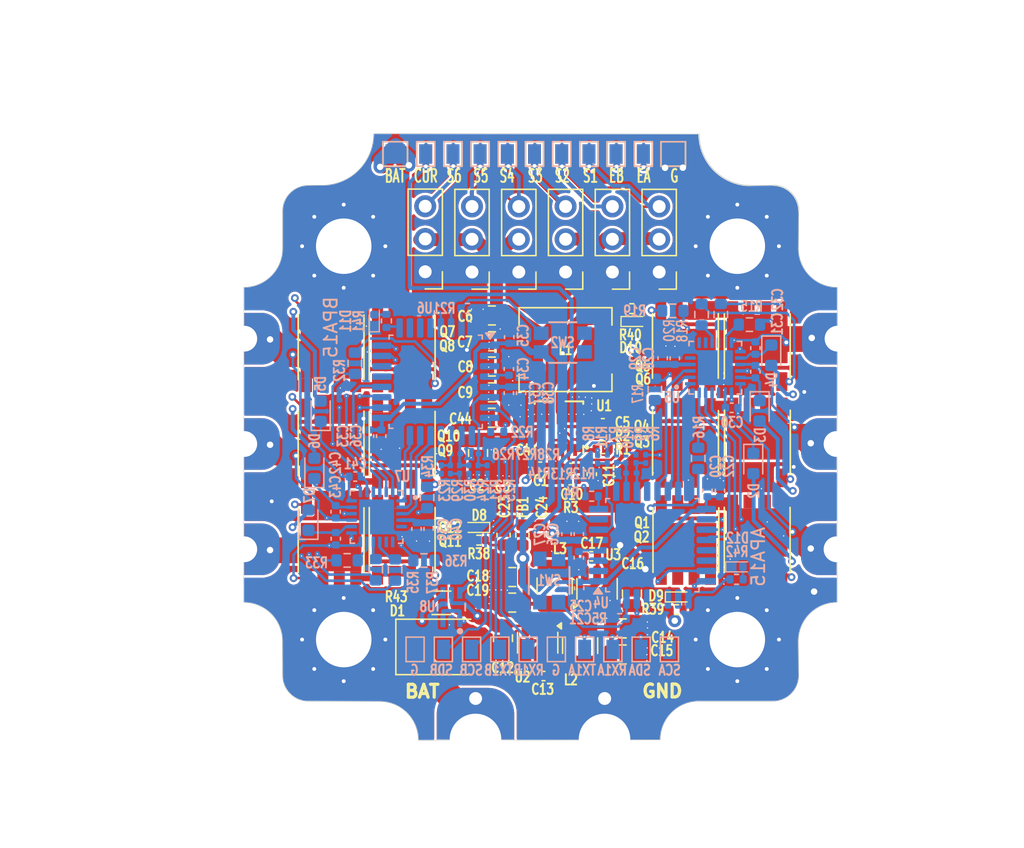
<source format=kicad_pcb>
(kicad_pcb (version 20240108) (generator "pcbnew") (generator_version "8.0")
  (layers (0 "F.Cu" signal) (1 "In1.Cu" mixed) (2 "In2.Cu" mixed) (31 "B.Cu" signal) (34 "B.Paste" user) (35 "F.Paste" user) (36 "B.SilkS" user "B.Silkscreen") (37 "F.SilkS" user "F.Silkscreen") (38 "B.Mask" user) (39 "F.Mask" user) (44 "Edge.Cuts" user))
  (net 0 "")
  (net 1 "GND")
  (net 2 "VDC")
  (net 3 "Net-(U1-LX)")
  (net 4 "Net-(U1-BST)")
  (net 5 "+BATT")
  (net 6 "Net-(U1-*RESET)")
  (net 7 "Net-(U1-FOSC)")
  (net 8 "PWM3")
  (net 9 "PWM4")
  (net 10 "PWM5")
  (net 11 "PWM6")
  (net 12 "PWM7")
  (net 13 "PWM8")
  (net 14 "/Power/BIAS")
  (net 15 "/Power/COMP")
  (net 16 "Net-(C11-Pad1)")
  (net 17 "Net-(U2-SW)")
  (net 18 "Net-(U2-BST)")
  (net 19 "+5V")
  (net 20 "Net-(U3-BST)")
  (net 21 "Net-(U3-SW)")
  (net 22 "+3.3V")
  (net 23 "+3.3VA")
  (net 24 "Net-(U4-NRST)")
  (net 25 "/FET Driver/VB1_A")
  (net 26 "PHASE1_A")
  (net 27 "/FET Driver/VB2_A")
  (net 28 "PHASE2_A")
  (net 29 "/FET Driver/VB3_A")
  (net 30 "PHASE3_A")
  (net 31 "PWM1")
  (net 32 "Net-(U4-PA2)")
  (net 33 "/MCU/BOOT0_A")
  (net 34 "/MCU/SENSE1_A")
  (net 35 "/MCU/SENSE2_A")
  (net 36 "/MCU/SENSE3_A")
  (net 37 "/MCU/SENSE_COM_A")
  (net 38 "/FET Driver/LO1_A")
  (net 39 "Net-(Q2-Pad4)")
  (net 40 "/FET Driver/HO1_A")
  (net 41 "Net-(Q1-Pad4)")
  (net 42 "Net-(Q3-Pad4)")
  (net 43 "/FET Driver/HO2_A")
  (net 44 "/FET Driver/LO2_A")
  (net 45 "Net-(Q4-Pad4)")
  (net 46 "/FET Driver/HO3_A")
  (net 47 "Net-(Q5-Pad4)")
  (net 48 "/FET Driver/LO3_A")
  (net 49 "Net-(Q6-Pad4)")
  (net 52 "LIN3_A")
  (net 53 "RX1_A")
  (net 56 "TX1_A")
  (net 59 "HIN1_A")
  (net 62 "HIN2_A")
  (net 63 "SWDIO_A")
  (net 64 "LIN2_A")
  (net 65 "HIN3_A")
  (net 66 "LIN1_A")
  (net 67 "SWCLK_A")
  (net 69 "Net-(U6-NRST)")
  (net 70 "/FET Driver/VB1_B")
  (net 71 "PHASE1_B")
  (net 72 "PHASE2_B")
  (net 73 "/FET Driver/VB2_B")
  (net 74 "/FET Driver/VB3_B")
  (net 75 "PHASE3_B")
  (net 76 "Net-(Q7-Pad4)")
  (net 77 "Net-(Q8-Pad4)")
  (net 78 "Net-(Q9-Pad4)")
  (net 79 "Net-(Q10-Pad4)")
  (net 80 "Net-(Q11-Pad4)")
  (net 81 "Net-(Q12-Pad4)")
  (net 82 "/MCU/BOOT0_B")
  (net 83 "Net-(U6-PA2)")
  (net 84 "PWM2")
  (net 85 "/MCU/SENSE1_B")
  (net 86 "/MCU/SENSE2_B")
  (net 87 "/MCU/SENSE3_B")
  (net 88 "/MCU/SENSE_COM_B")
  (net 89 "/FET Driver/HO1_B")
  (net 90 "/FET Driver/LO1_B")
  (net 91 "/FET Driver/HO2_B")
  (net 92 "/FET Driver/LO2_B")
  (net 93 "/FET Driver/HO3_B")
  (net 94 "/FET Driver/LO3_B")
  (net 96 "LIN3_B")
  (net 97 "SWDIO_B")
  (net 98 "SWCLK_B")
  (net 101 "TX1_B")
  (net 104 "LIN1_B")
  (net 106 "HIN3_B")
  (net 108 "LIN2_B")
  (net 109 "HIN2_B")
  (net 112 "HIN1_B")
  (net 113 "RX1_B")
  (net 114 "CURR")
  (net 115 "Net-(D8-A)")
  (net 116 "Net-(D9-A)")
  (net 117 "Net-(D10-A)")
  (net 118 "Net-(D11-A)")
  (net 119 "Net-(D12-A)")
  (net 120 "Net-(U6-PA15)")
  (net 121 "Net-(U4-PA15)")
  (net 126 "+VBAT")
  (footprint "Capacitor_SMD:C_0805_2012Metric" (layer "F.Cu") (at 97.12 101.78 -90)
    (property "Reference" "C3")
    (property "Value" "10u")
  )
  (footprint "ProjectLibrary:TRANS_TPHR8504PL_L1Q" (layer "F.Cu") (at 83.77 101.04 -90)
    (property "Reference" "Q10")
    (property "Value" "TPH3R704PL,L1Q")
  )
  (footprint "ProjectLibrary:TRANS_TPHR8504PL_L1Q" (layer "F.Cu") (at 89.28 93.61 90)
    (property "Reference" "Q7")
    (property "Value" "TPH3R704PL,L1Q")
  )
  (footprint "Capacitor_SMD:C_0805_2012Metric" (layer "F.Cu") (at 96.225 97.08 180)
    (property "Reference" "C9")
    (property "Value" "22u")
  )
  (footprint "Inductor_SMD:L_0603_1608Metric" (layer "F.Cu") (at 98.595 108.15 90)
    (property "Reference" "FB1")
    (property "Value" "120R")
  )
  (footprint "ProjectLibrary:TestPoint_Pad_1.0x1.5mm_doublesided" (layer "F.Cu") (at 93.2125 78.6)
    (property "Reference" "TP26" (hide yes))
    (property "Value" "TestPoint")
  )
  (footprint "ProjectLibrary:MAX2000x" (layer "F.Cu") (at 101.431063 99.787677 180)
    (property "Reference" "U1")
    (property "Value" "MAX20008AFOA/VY+")
  )
  (footprint "ProjectLibrary:MountingHole_4.3mm_M4_Pad_Via_Custom" (layer "F.Cu") (at 84.75 85.75)
    (property "Reference" "H1" (hide yes))
    (property "Value" "MountingHole_Pad")
  )
  (footprint "Capacitor_SMD:C_0805_2012Metric" (layer "F.Cu") (at 95.16 101.78 -90)
    (property "Reference" "C2")
    (property "Value" "10u")
  )
  (footprint "ProjectLibrary:TestPoint_Pad_1.0x1.5mm_doublesided" (layer "F.Cu") (at 95.32 78.6)
    (property "Reference" "TP25" (hide yes))
    (property "Value" "TestPoint")
  )
  (footprint "Inductor_SMD:L_1210_3225Metric" (layer "F.Cu") (at 103.07 116.72 90)
    (property "Reference" "L2")
    (property "Value" "4.7uH")
  )
  (footprint "Inductor_SMD:L_1210_3225Metric" (layer "F.Cu") (at 101.0925 112.0825 -90)
    (property "Reference" "L3")
    (property "Value" "3.3uH")
  )
  (footprint "Capacitor_SMD:C_0402_1005Metric" (layer "F.Cu") (at 100.23 119.08)
    (property "Reference" "C13")
    (property "Value" "100n")
  )
  (footprint "ProjectLibrary:LED_0402_1005Metric" (layer "F.Cu") (at 107.0825 91.59)
    (property "Reference" "D10")
    (property "Value" "GREEN")
  )
  (footprint "Capacitor_SMD:C_0402_1005Metric" (layer "F.Cu") (at 103.9325 109.7925 180)
    (property "Reference" "C17")
    (property "Value" "100n")
  )
  (footprint "ProjectLibrary:TestPoint_Pad_1.0x1.5mm_doublesided" (layer "F.Cu") (at 103.75 78.6)
    (property "Reference" "TP21" (hide yes))
    (property "Value" "TestPoint")
  )
  (footprint "ProjectLibrary:TRANS_TPHR8504PL_L1Q" (layer "F.Cu") (at 111.235 101 -90)
    (property "Reference" "Q3")
    (property "Value" "TPH3R704PL,L1Q")
  )
  (footprint "Diode_SMD:D_SMB" (layer "F.Cu") (at 92.45 116.82)
    (property "Reference" "D1")
    (property "Value" "SMBJ28A")
  )
  (footprint "ProjectLibrary:MountingHole_4.3mm_M4_Pad_Via_Custom" (layer "F.Cu") (at 115.25 85.75)
    (property "Reference" "H2" (hide yes))
    (property "Value" "MountingHole_Pad")
  )
  (footprint "ProjectLibrary:TestPoint_Pad_1.0x1.5mm_doublesided" (layer "F.Cu") (at 97.4275 78.6)
    (property "Reference" "TP24" (hide yes))
    (property "Value" "TestPoint")
  )
  (footprint "Connector_PinHeader_2.54mm:PinHeader_1x03_P2.54mm_Vertical" (layer "F.Cu") (at 94.691 87.75 180)
    (property "Reference" "J5" (hide yes))
    (property "Value" "Conn_01x03_Pin")
  )
  (footprint "ProjectLibrary:TRANS_TPHR8504PL_L1Q" (layer "F.Cu") (at 89.28 101.06 90)
    (property "Reference" "Q9")
    (property "Value" "TPH3R704PL,L1Q")
  )
  (footprint "ProjectLibrary:TRANS_TPHR8504PL_L1Q" (layer "F.Cu") (at 89.28 108.51 90)
    (property "Reference" "Q11")
    (property "Value" "TPH3R704PL,L1Q")
  )
  (footprint "ProjectLibrary:TRANS_TPHR8504PL_L1Q" (layer "F.Cu") (at 111.265 108.534202 -90)
    (property "Reference" "Q1")
    (property "Value" "TPH3R704PL,L1Q")
  )
  (footprint "ProjectLibrary:TRANS_TPHR8504PL_L1Q" (layer "F.Cu") (at 116.79 108.5 90)
    (property "Reference" "Q2")
    (property "Value" "TPH3R704PL,L1Q")
  )
  (footprint "ProjectLibrary:TestPoint_Pad_1.0x1.5mm_doublesided" (layer "F.Cu") (at 105.8575 78.6)
    (property "Reference" "TP20" (hide yes))
    (property "Value" "TestPoint")
  )
  (footprint "Connector_PinHeader_2.54mm:PinHeader_1x03_P2.54mm_Vertical" (layer "F.Cu") (at 105.569 87.75 180)
    (property "Reference" "J2" (hide yes))
    (property "Value" "Conn_01x03_Pin")
  )
  (footprint "ProjectLibrary:TestPoint_Pad_1.5x1.5mm_doublesided" (layer "F.Cu") (at 110.2825 78.6)
    (property "Reference" "TP29" (hide yes))
    (property "Value" "TestPoint")
  )
  (footprint "Package_TO_SOT_SMD:TSOT-23-6" (layer "F.Cu") (at 99.78 116.49 -90)
    (property "Reference" "U2")
    (property "Value" "AP63205WU")
  )
  (footprint "Resistor_SMD:R_0402_1005Metric" (layer "F.Cu") (at 95.22 108.54 180)
    (property "Reference" "R38")
    (property "Value" "680")
  )
  (footprint "Capacitor_SMD:C_0402_1005Metric" (layer "F.Cu") (at 102.371063 102.937677)
    (property "Reference" "C10")
    (property "Value" "4.7p")
  )
  (footprint "ProjectLibrary:TestPoint_THTPad_4.0x4.0mm" (layer "F.Cu") (at 123.0175 92.92 90)
    (property "Reference" "TP15" (hide yes))
    (property "Value" "TestPoint")
  )
  (footprint "ProjectLibrary:TRANS_TPHR8504PL_L1Q" (layer "F.Cu") (at 111.225 93.480798 -90)
    (property "Reference" "Q5")
    (property "Value" "TPH3R704PL,L1Q")
  )
  (footprint "Package_TO_SOT_SMD:TSOT-23-6" (layer "F.Cu") (at 104.3825 112.3125 90)
    (property "Reference" "U3")
    (property "Value" "AP63203WU")
  )
  (footprint "ProjectLibrary:TestPoint_Pad_1.0x1.5mm_doublesided" (layer "F.Cu") (at 101.6425 78.6)
    (property "Reference" "TP22" (hide yes))
    (property "Value" "TestPoint")
  )
  (footprint "Connector_PinHeader_2.54mm:PinHeader_1x03_P2.54mm_Vertical" (layer "F.Cu") (at 109.195 87.75 180)
    (property "Reference" "J1" (hide yes))
    (property "Value" "Conn_01x03_Pin")
  )
  (footprint "Capacitor_SMD:C_0402_1005Metric" (layer "F.Cu") (at 99.981063 102.847677 180)
    (property "Reference" "C1")
    (property "Value" "2.2u")
  )
  (footprint "Connector_PinHeader_2.54mm:PinHeader_1x03_P2.54mm_Vertical" (layer "F.Cu") (at 91.065 87.73 180)
    (property "Reference" "J6" (hide yes))
    (property "Value" "Conn_01x03_Pin")
  )
  (footprint "Resistor_SMD:R_0402_1005Metric" (layer "F.Cu") (at 107.07 90.59)
    (property "Reference" "R40")
    (property "Value" "1k2")
  )
  (footprint "Capacitor_SMD:C_0402_1005Metric" (layer "F.Cu") (at 98.6 100.03 90)
    (property "Reference" "C4")
    (property "Value" "100n")
  )
  (footprint "ProjectLibrary:TRANS_TPHR8504PL_L1Q" (layer "F.Cu") (at 83.77 108.53 -90)
    (property "Reference" "Q12")
    (property "Value" "TPH3R704PL,L1Q")
  )
  (footprint "Capacitor_SMD:C_0805_2012Metric" (layer "F.Cu") (at 97.8125 111.4025 180)
    (property "Reference" "C18")
    (property "Value" "22u")
  )
  (footprint "Capacitor_SMD:C_0603_1608Metric" (layer "F.Cu") (at 97.135 108.15 90)
    (property "Reference" "C23")
    (property "Value" "1u")
  )
  (footprint "Capacitor_SMD:C_0402_1005Metric" (layer "F.Cu") (at 104.831063 99.477677)
    (property "Reference" "C5")
    (property "Value" "100n")
  )
  (footprint "ProjectLibrary:TestPoint_THTPad_4.0x4.0mm" (layer "F.Cu") (at 122.94 101.085 90)
    (property "Reference" "TP14" (hide yes))
    (property "Value" "TestPoint")
  )
  (footprint "ProjectLibrary:TestPoint_THTPad_4.0x4.0mm" (layer "F.Cu") (at 77.0425 109.25 -90)
    (property "Reference" "TP18" (hide yes))
    (property "Value" "TestPoint")
  )
  (footprint "Capacitor_SMD:C_0805_2012Metric" (layer "F.Cu") (at 106.375 115.385)
    (property "Reference" "C14")
    (property "Value" "22u")
  )
  (footprint "Capacitor_SMD:C_0805_2012Metric" (layer "F.Cu") (at 96.235 91.12 180)
    (property "Reference" "C6")
    (property "Value" "22u")
  )
  (footprint "ProjectLibrary:TRANS_TPHR8504PL_L1Q" (layer "F.Cu") (at 116.805 100.965 90)
    (property "Reference" "Q4")
    (property "Value" "TPH3R704PL,L1Q")
  )
  (footprint "ProjectLibrary:TRANS_TPHR8504PL_L1Q" (layer "F.Cu") (at 83.77 93.59 -90)
    (property "Reference" "Q8")
    (property "Value" "TPH3R704PL,L1Q")
  )
  (footprint "Resistor_SMD:R_0402_1005Metric" (layer "F.Cu") (at 104.811063 101.447677)
    (property "Reference" "R1")
    (property "Value" "12k0")
  )
  (footprint "Resistor_SMD:R_0402_1005Metric" (layer "F.Cu") (at 102.361063 103.867677)
    (property "Reference" "R3")
    (property "Value" "22k0")
  )
  (footprint "ProjectLibrary:TestPoint_Pad_1.5x1.5mm_doublesided" (layer "F.Cu") (at 88.7425 78.6)
    (property "Reference" "TP28" (hide yes))
    (property "Value" "TestPoint")
  )
  (footprint "Capacitor_SMD:C_0402_1005Metric" (layer "F.Cu") (at 103.971063 103.427677 90)
    (property "Reference" "C11")
    (property "Value" "1n")
  )
  (footprint "Capacitor_SMD:C_0805_2012Metric" (layer "F.Cu") (at 96.235 95.08 180)
    (property "Reference" "C8")
    (property "Value" "22u")
  )
  (footprint "ProjectLibrary:TestPoint_THTPad_4.0x4.0mm" (layer "F.Cu") (at 77.0425 92.92 -90)
    (property "Reference" "TP16" (hide yes))
    (property "Value" "TestPoint")
  )
  (footprint "Resistor_SMD:R_0402_1005Metric" (layer "F.Cu") (at 104.821063 100.457677 180)
    (property "Reference" "R2")
    (property "Value" "22k0")
  )
  (footprint "Connector_PinHeader_2.54mm:PinHeader_1x03_P2.54mm_Vertical" (layer "F.Cu") (at 101.943 87.75 180)
    (property "Reference" "J3" (hide yes))
    (property "Value" "Conn_01x03_Pin")
  )
  (footprint "Connector_PinHeader_2.54mm:PinHeader_1x03_P2.54mm_Vertical" (layer "F.Cu") (at 98.317 87.75 180)
    (property "Reference" "J4" (hide yes))
    (property "Value" "Conn_01x03_Pin")
  )
  (footprint "Resistor_SMD:R_1206_3216Metric" (layer "F.Cu") (at 92.32 113.4)
    (property "Reference" "R43")
    (property "Value" "0.3m")
  )
  (footprint "ProjectLibrary:TestPoint_Pad_1.0x1.5mm_doublesided" (layer "F.Cu") (at 91.105 78.6)
    (property "Reference" "TP27" (hide yes))
    (property "Value" "TestPoint")
  )
  (footprint "ProjectLibrary:TestPoint_Pad_1.0x1.5mm_doublesided" (layer "F.Cu") (at 99.535 78.6)
    (property "Reference" "TP23" (hide yes))
    (property "Value" "TestPoint")
  )
  (footprint "Capacitor_SMD:C_0603_1608Metric" (layer "F.Cu") (at 100.075 108.16 -90)
    (property "Reference" "C24")
    (property "Value" "1u")
  )
  (footprint "ProjectLibrary:TestPoint_Pad_1.0x1.5mm_doublesided" (layer "F.Cu") (at 107.965 78.6)
    (property "Reference" "TP19" (hide yes))
    (property "Value" "TestPoint")
  )
  (footprint "ProjectLibrary:MountingHole_4.3mm_M4_Pad_Via_Custom" (layer "F.Cu") (at 115.25 116.25)
    (property "Reference" "H4" (hide yes))
    (property "Value" "MountingHole_Pad")
  )
  (footprint "Resistor_SMD:R_0402_1005Metric" (layer "F.Cu") (at 110.54 113.93)
    (property "Reference" "R39")
    (property "Value" "1k2")
  )
  (footprint "Capacitor_SMD:C_0805_2012Metric" (layer "F.Cu") (at 97.8125 113.3825 180)
    (property "Reference" "C19")
    (property "Value" "22u")
  )
  (footprint "Capacitor_SMD:C_0805_2012Metric" (layer "F.Cu") (at 96.22 99.05 180)
    (property "Reference" "C44")
    (property "Value" "22u")
  )
  (footprint "ProjectLibrary:TestPoint_THTPad_6.0x6.0mm_Drill1.0mm" (layer "F.Cu") (at 104.96 123.9975)
    (property "Reference" "TP2" (hide yes))
    (property "Value" "TestPoint")
  )
  (footprint "ProjectLibrary:SRP6540-1R0M" (layer "F.Cu") (at 101.936063 93.767677)
    (property "Reference" "L1")
    (property "Value" "1uH")
  )
  (footprint "Capacitor_SMD:C_0805_2012Metric" (layer "F.Cu") (at 97.09 116.14 -90)
    (property "Reference" "C12")
    (property "Value" "10u")
  )
  (footprint "ProjectLibrary:TestPoint_THTPad_4.0x4.0mm" (layer "F.Cu") (at 122.94 109.25 90)
    (property "Reference" "TP13" (hide yes))
    (property "Value" "TestPoint")
  )
  (footprint "ProjectLibrary:MountingHole_4.3mm_M4_Pad_Via_Custom" (layer "F.Cu") (at 84.75 116.25)
    (property "Reference" "H3" (hide yes))
    (property "Value" "MountingHole_Pad")
  )
  (footprint "ProjectLibrary:TRANS_TPHR8504PL_L1Q" (layer "F.Cu") (at 116.795 93.495798 90)
    (property "Reference" "Q6")
    (property "Value" "TPH3R704PL,L1Q")
  )
  (footprint "ProjectLibrary:TestPoint_THTPad_6.0x6.0mm_Drill1.0mm" (layer "F.Cu") (at 94.96 123.9975)
    (property "Reference" "TP1" (hide yes))
    (property "Value" "TestPoint")
  )
  (footprint "Capacitor_SMD:C_0805_2012Metric" (layer "F.Cu") (at 106.375 117.405)
    (property "Reference" "C15")
    (property "Value" "22u")
  )
  (footprint "ProjectLibrary:LED_0402_1005Metric" (layer "F.Cu") (at 95.2125 107.55 180)
    (property "Reference" "D8")
    (property "Value" "GREEN")
  )
  (footprint "Capacitor_SMD:C_0805_2012Metric" (layer "F.Cu") (at 96.245 93.12 180)
    (property "Reference" "C7")
    (property "Value" "22u")
  )
  (footprint "ProjectLibrary:LED_0402_1005Metric" (layer "F.Cu") (at 110.5175 112.95)
    (property "Reference" "D9")
    (property "Value" "GREEN")
  )
  (footprint "ProjectLibrary:TestPoint_THTPad_4.0x4.0mm" (layer "F.Cu") (at 77.0425 101.085 -90)
    (property "Reference" "TP17" (hide yes))
    (property "Value" "TestPoint")
  )
  (footprint "Capacitor_SMD:C_0805_2012Metric" (layer "F.Cu") (at 107.0825 112.6625 90)
    (property "Reference" "C16")
    (property "Value" "22u")
  )
  (footprint "Capacitor_SMD:C_0402_1005Metric" (layer "B.Cu") (at 85.645 103.61 180)
    (property "Reference" "C41")
    (property "Value" "1u")
  )
  (footprint "Capacitor_SMD:C_0402_1005Metric" (layer "B.Cu") (at 90.39 107.67 -90)
    (property "Reference" "C39")
    (property "Value" "100n")
  )
  (footprint "ProjectLibrary:TestPoint_Pad_1.0x1.5mm" (layer "B.Cu") (at 105.607403 117.01 180)
    (property "Reference" "TP3" (hide yes))
    (property "Value" "TestPoint")
  )
  (footprint "Capacitor_SMD:C_0402_1005Metric" (layer "B.Cu") (at 110.405 94.44 90)
    (property "Reference" "C28")
    (property "Value" "100n")
  )
  (footprint "Package_QFP:LQFP-32_7x7mm_P0.8mm" (layer "B.Cu") (at 91.875 96.26 180)
    (property "Reference" "U6")
    (property "Value" "STM32F051K8Tx")
  )
  (footprint "Resistor_SMD:R_0603_1608Metric" (layer "B.Cu") (at 87.23 110.84 90)
    (property "Reference" "R35")
    (property "Value" "100")
  )
  (footprint "Resistor_SMD:R_0402_1005Metric" (layer "B.Cu") (at 115.1925 111.58)
    (property "Reference" "R42")
    (property "Value" "680")
  )
  (footprint "Diode_SMD:D_0603_1608Metric" (layer "B.Cu") (at 82.965 98.55 90)
    (property "Reference" "D5")
    (property "Value" "SDM4A40EP3-7B")
  )
  (footprint "Capacitor_SMD:C_0402_1005Metric" (layer "B.Cu") (at 98.495 97.14 -90)
    (property "Reference" "C38")
    (property "Value" "10u")
  )
  (footprint "Resistor_SMD:R_0603_1608Metric" (layer "B.Cu") (at 90.97 110.12 180)
    (property "Reference" "R36")
    (property "Value" "100")
  )
  (footprint "ProjectLibrary:TestPoint_Pad_1.0x1.5mm" (layer "B.Cu") (at 101.228145 117.01 180)
    (property "Reference" "TP12" (hide yes))
    (property "Value" "TestPoint")
  )
  (footprint "Resistor_SMD:R_0402_1005Metric" (layer "B.Cu") (at 103.965 105.134202 180)
    (property "Reference" "R4")
    (property "Value" "1k0")
  )
  (footprint "ProjectLibrary:R_0201_0603Metric" (layer "B.Cu") (at 93.725 103.06 -90)
    (property "Reference" "R30")
    (property "Value" "13k3")
  )
  (footprint "ProjectLibrary:R_0201_0603Metric" (layer "B.Cu") (at 106.615 102.23 90)
    (property "Reference" "R10")
    (property "Value" "13k3")
  )
  (footprint "Resistor_SMD:R_0402_1005Metric" (layer "B.Cu") (at 88.06 91.54 90)
    (property "Reference" "R41")
    (property "Value" "680")
  )
  (footprint "Resistor_SMD:R_0603_1608Metric" (layer "B.Cu") (at 88.73 110.86 90)
    (property "Reference" "R37")
    (property "Value" "100")
  )
  (footprint "ProjectLibrary:R_0201_0603Metric" (layer "B.Cu") (at 94.445 103.06 90)
    (property "Reference" "R24")
    (property "Value" "6k8")
  )
  (footprint "Diode_SMD:D_0603_1608Metric" (layer "B.Cu") (at 116.98 98.52 -90)
    (property "Reference" "D3")
    (property "Value" "SDM4A40EP3-7B")
  )
  (footprint "Capacitor_SMD:C_0402_1005Metric" (layer "B.Cu") (at 102.015 108.07 90)
    (property "Reference" "C27")
    (property "Value" "10u")
  )
  (footprint "Capacitor_SMD:C_0402_1005Metric" (layer "B.Cu") (at 91.33 107.67 -90)
    (property "Reference" "C40")
    (property "Value" "10u")
  )
  (footprint "ProjectLibrary:R_0201_0603Metric" (layer "B.Cu") (at 104.425 102.27 -90)
    (property "Reference" "R8")
    (property "Value" "6k8")
  )
  (footprint "Capacitor_SMD:C_0402_1005Metric" (layer "B.Cu") (at 109.465 94.43 90)
    (property "Reference" "C29")
    (property "Value" "10u")
  )
  (footprint "Capacitor_SMD:C_0402_1005Metric" (layer "B.Cu") (at 102.965 108.07 90)
    (property "Reference" "C26")
    (property "Value" "100n")
  )
  (footprint "Capacitor_SMD:C_0402_1005Metric" (layer "B.Cu") (at 112.935 104.694202 90)
    (property "Reference" "C20")
    (property "Value" "100n")
  )
  (footprint "ProjectLibrary:TestPoint_Pad_1.0x1.5mm" (layer "B.Cu") (at 96.848887 117.01 180)
    (property "Reference" "TP8" (hide yes))
    (property "Value" "TestPoint")
  )
  (footprint "Capacitor_SMD:C_0402_1005Metric" (layer "B.Cu") (at 102.965 109.9 90)
    (property "Reference" "C25")
    (property "Value" "100n")
  )
  (footprint "Resistor_SMD:R_0402_1005Metric" (layer "B.Cu") (at 106.135 114.624202 180)
    (property "Reference" "R5")
    (property "Value" "22k0")
  )
  (footprint "ProjectLibrary:TestPoint_Pad_1.0x1.5mm" (layer "B.Cu") (at 94.659258 117.01 180)
    (property "Reference" "TP10" (hide yes))
    (property "Value" "TestPoint")
  )
  (footprint "ProjectLibrary:R_0201_0603Metric" (layer "B.Cu") (at 92.7 101.85 180)
    (property "Reference" "R26")
    (property "Value" "13k3")
  )
  (footprint "ProjectLibrary:R_0201_0603Metric" (layer "B.Cu") (at 107.765 103.34)
    (property "Reference" "R12")
    (property "Value" "13k3")
  )
  (footprint "ProjectLibrary:R_0201_0603Metric" (layer "B.Cu") (at 95.865 103.06 90)
    (property "Reference" "R25")
    (property "Value" "6k8")
  )
  (footprint "Resistor_SMD:R_0402_1005Metric" (layer "B.Cu") (at 96.645 100.13)
    (property "Reference" "R22")
    (property "Value" "1k0")
  )
  (footprint "Diode_SMD:D_0603_1608Metric" (layer "B.Cu") (at 117.88 94.2 -90)
    (property "Reference" "D4")
    (property "Value" "SDM4A40EP3-7B")
  )
  (footprint "Capacitor_SMD:C_0402_1005Metric" (layer "B.Cu") (at 114.815 98.28)
    (property "Reference" "C30")
    (property "Value" "1u")
  )
  (footprint "Resistor_SMD:R_0603_1608Metric" (layer "B.Cu") (at 116.19 91.83 180)
    (property "Reference" "R15")
    (property "Value" "100")
  )
  (footprint "Resistor_SMD:R_0402_1005Metric" (layer "B.Cu") (at 94.345 90.57)
    (property "Reference" "R21")
    (property "Value" "22k0")
  )
  (footprint "Capacitor_SMD:C_0402_1005Metric" (layer "B.Cu") (at 84.135 108.43 -90)
    (property "Reference" "C43")
    (property "Value" "1u")
  )
  (footprint "Capacitor_SMD:C_0402_1005Metric" (layer "B.Cu") (at 86.705 100.47 -90)
    (property "Reference" "C33")
    (property "Value" "10u")
  )
  (footprint "ProjectLibrary:R_0201_0603Metric" (layer "B.Cu") (at 106.305 103.34 180)
    (property "Reference" "R13")
    (property "Value" "13k3")
  )
  (footprint "ProjectLibrary:TestPoint_Pad_1.0x1.5mm" (layer "B.Cu") (at 90.28 117.01 180)
    (property "Reference" "TP5" (hide yes))
    (property "Value" "TestPoint")
  )
  (footprint "ProjectLibrary:LED_0402_1005Metric" (layer "B.Cu") (at 115.1975 110.61)
    (property "Reference" "D12")
    (property "Value" "ORANGE")
  )
  (footprint "ProjectLibrary:R_0201_0603Metric" (layer "B.Cu") (at 92.315 103.06 90)
    (property "Reference" "R23")
    (property "Value" "6k8")
  )
  (footprint "ProjectLibrary:TestPoint_Pad_1.0x1.5mm" (layer "B.Cu") (at 99.038516 117.01 180)
    (property "Reference" "TP9" (hide yes))
    (property "Value" "TestPoint")
  )
  (footprint "ProjectLibrary:EVPAA602" (layer "B.Cu") (at 101.725 93.22)
    (property "Reference" "SW2")
    (property "Value" "EVPAA602")
  )
  (footprint "ProjectLibrary:R_0201_0603Metric" (layer "B.Cu") (at 95.155 103.06 -90)
    (property "Reference" "R31")
    (property "Value" "13k3")
  )
  (footprint "Capacitor_SMD:C_0402_1005Metric" (layer "B.Cu") (at 113.905 104.7 90)
    (property "Reference" "C22")
    (property "Value" "10u")
  )
  (footprint "ProjectLibrary:QFN50P400X400X90-25N" (layer "B.Cu") (at 113.545 95.17)
    (property "Reference" "U5")
    (property "Value" "FD6288Q")
  )
  (footprint "Resistor_SMD:R_0603_1608Metric" (layer "B.Cu") (at 110.25 90.76)
    (property "Reference" "R19")
    (property "Value" "100")
  )
  (footprint "ProjectLibrary:R_0201_0603Metric" (layer "B.Cu") (at 105.895 102.23 -90)
    (property "Reference" "R7")
    (property "Value" "6k8")
  )
  (footprint "Resistor_SMD:R_0603_1608Metric" (layer "B.Cu") (at 112.22 102.2 90)
    (property "Reference" "R16")
    (property "Value" "100")
  )
  (footprint "Resistor_SMD:R_0603_1608Metric" (layer "B.Cu") (at 85.61 94.83 -90)
    (property "Reference" "R32")
    (property "Value" "100")
  )
  (footprint "ProjectLibrary:TestPoint_Pad_1.0x1.5mm" (layer "B.Cu") (at 109.986668 117.01 180)
    (property "Reference" "TP6" (hide yes))
    (property "Value" "TestPoint")
  )
  (footprint "Diode_SMD:D_0603_1608Metric" (layer "B.Cu") (at 116.485 102.6 -90)
    (property "Reference" "D2")
    (property "Value" "SDM4A40EP3-7B")
  )
  (footprint "ProjectLibrary:TestPoint_Pad_1.0x1.5mm" (layer "B.Cu") (at 103.417774 117.01 180)
    (property "Reference" "TP4" (hide yes))
    (property "Value" "TestPoint")
  )
  (footprint "Capacitor_SMD:C_0402_1005Metric" (layer "B.Cu") (at 97.545 95.27 -90)
    (property "Reference" "C34")
    (property "Value" "100n")
  )
  (footprint "Resistor_SMD:R_0603_1608Metric" (layer "B.Cu") (at 113.97 91.05 -90)
    (property "Reference" "R18")
    (property "Value" "100")
  )
  (footprint "Package_QFP:LQFP-32_7x7mm_P0.8mm" (layer "B.Cu") (at 108.665 108.929202)
    (property "Reference" "U4")
    (property "Value" "STM32F051K8Tx")
  )
  (footprint "Capacitor_SMD:C_0402_1005Metric" (layer "B.Cu") (at 116.65 95.48 90)
    (property "Reference" "C31")
    (property "Value" "1u")
  )
  (footprint "ProjectLibrary:TestPoint_Pad_1.0x1.5mm" (layer "B.Cu") (at 92.469629 117.01 180)
    (property "Reference" "TP11" (hide yes))
    (property "Value" "TestPoint")
  )
  (footprint "ProjectLibrary:R_0201_0603Metric" (layer "B.Cu") (at 104.845 103.34 180)
    (property "Reference" "R14")
    (property "Value" "13k3")
  )
  (footprint "Resistor_SMD:R_0603_1608Metric" (layer "B.Cu") (at 85.01 110.11)
    (property "Reference" "R33")
    (property "Value" "100")
  )
  (footprint "ProjectLibrary:R_0201_0603Metric" (layer "B.Cu") (at 107.395 102.23 90)
    (property "Reference" "R9")
    (property "Value" "13k3")
  )
  (footprint "ProjectLibrary:R_0201_0603Metric" (layer "B.Cu") (at 93.015 103.06 -90)
    (property "Reference" "R29")
    (property "Value" "13k3")
  )
  (footprint "Capacitor_SMD:C_0402_1005Metric" (layer "B.Cu") (at 84.125 106.34 -90)
    (property "Reference" "C42")
    (property "Value" "1u")
  )
  (footprint "ProjectLibrary:QFN50P400X400X90-25N" (layer "B.Cu") (at 87.295 106.74 180)
    (property "Reference" "U7")
    (property "Value" "FD6288Q")
  )
  (footprint "ProjectLibrary:R_0201_0603Metric" (layer "B.Cu") (at 108.145 102.24 -90)
    (property "Reference" "R6")
    (property "Value" "6k8")
  )
  (footprint "Capacitor_SMD:C_0402_1005Metric" (layer "B.Cu") (at 87.655 100.47 -90)
    (property "Reference" "C36")
    (property "Value" "100n")
  )
  (footprint "ProjectLibrary:R_0201_0603Metric" (layer "B.Cu") (at 95.51 101.85)
    (property "Reference" "R28")
    (property "Value" "13k3")
  )
  (footprint "Resistor_SMD:R_0603_1608Metric" (layer "B.Cu") (at 112.48 91.05 -90)
    (property "Reference" "R20")
    (property "Value" "100")
  )
  (footprint "ProjectLibrary:EVPAA602" (layer "B.Cu") (at 100.67 111.67 90)
    (property "Reference" "SW1")
    (property "Value" "EVPAA602")
  )
  (footprint "ProjectLibrary:TestPoint_Pad_1.0x1.5mm" (layer "B.Cu") (at 107.797032 117.01 180)
    (property "Reference" "TP7" (hide yes))
    (property "Value" "TestPoint")
  )
  (footprint "Diode_SMD:D_0603_1608Metric" (layer "B.Cu") (at 82.475 102.98 90)
    (property "Reference" "D6")
    (property "Value" "SDM4A40EP3-7B")
  )
  (footprint "Diode_SMD:D_0603_1608Metric" (layer "B.Cu") (at 82.015 106.99 90)
    (property "Reference" "D7")
    (property "Value" "SDM4A40EP3-7B")
  )
  (footprint "Capacitor_SMD:C_0402_1005Metric" (layer "B.Cu") (at 116.65 93.65 90)
    (property "Reference" "C32")
    (property "Value" "1u")
  )
  (footprint "Resistor_SMD:R_0603_1608Metric" (layer "B.Cu") (at 91.21 105.24 -90)
    (property "Reference" "R34")
    (property "Value" "100")
  )
  (footprint "Resistor_SMD:R_0603_1608Metric" (layer "B.Cu") (at 108.86 96.85 90)
    (property "Reference" "R17")
    (property "Value" "100")
  )
  (footprint "ProjectLibrary:LED_0402_1005Metric" (layer "B.Cu") (at 87.12 91.54 90)
    (property "Reference" "D11")
    (property "Value" "ORANGE")
  )
  (footprint "ProjectLibrary:R_0201_0603Metric" (layer "B.Cu") (at 105.175 102.24 90)
    (property "Reference" "R11")
    (property "Value" "13k3")
  )
  (footprint "ProjectLibrary:R_0201_0603Metric" (layer "B.Cu") (at 94.105 101.85)
    (property "Reference" "R27")
    (property "Value" "13k3")
  )
  (footprint "Capacitor_SMD:C_0402_1005Metric" (layer "B.Cu") (at 97.545 97.14 -90)
    (property "Reference" "C37")
    (property "Value" "100n")
  )
  (footprint "Capacitor_SMD:C_0402_1005Metric" (layer "B.Cu") (at 102.995 112.27 -90)
    (property "Reference" "C21")
    (property "Value" "100n")
  )
  (footprint "Capacitor_SMD:C_0402_1005Metric" (layer "B.Cu") (at 97.575 92.8 90)
    (property "Reference" "C35")
    (property "Value" "100n")
  )
  (footprint "ProjectLibrary:DCK0006A-MFG" (layer "B.Cu") (at 93.09 113.73 90)
    (property "Reference" "U8")
    (property "Value" "INA190A4IDCKR")
  )
  (gr_circle (center 103.6 101.35) (end 103.725 101.35) (stroke (width 0.1)) (fill solid) (layer "F.SilkS"))
  (gr_arc (start 118.01 81.03) (mid 119.424214 81.615786) (end 120.01 83.03) (stroke (width 0.1)) (layer "Edge.Cuts"))
  (gr_arc (start 109.28132 124.03132) (mid 110.16 121.91) (end 112.28132 121.03132) (stroke (width 0.05)) (layer "Edge.Cuts"))
  (gr_arc (start 82.01 121.03) (mid 80.595786 120.444214) (end 80.01 119.03) (stroke (width 0.05)) (layer "Edge.Cuts"))
  (gr_line (start 82.01 81.03) (end 83.07 81.02) (stroke (width 0.05)) (layer "Edge.Cuts"))
  (gr_arc (start 76.99868 113.37132) (mid 79.119999 114.25) (end 79.99868 116.37132) (stroke (width 0.05)) (layer "Edge.Cuts"))
  (gr_arc (start 120.01 119.03) (mid 119.424214 120.444214) (end 118.01 121.03) (stroke (width 0.05)) (layer "Edge.Cuts"))
  (gr_line (start 116.28 81.05) (end 118.01 81.03) (stroke (width 0.05)) (layer "Edge.Cuts"))
  (gr_arc (start 80.00868 85.92868) (mid 79.13 88.05) (end 77.00868 88.92868) (stroke (width 0.05)) (layer "Edge.Cuts"))
  (gr_arc (start 119.98132 116.37132) (mid 120.86 114.25) (end 122.98132 113.37132) (stroke (width 0.05)) (layer "Edge.Cuts"))
  (gr_line (start 87.07 77.02) (end 112.28 77.05) (stroke (width 0.05)) (layer "Edge.Cuts"))
  (gr_line (start 118.01 121.03) (end 112.29 121.03) (stroke (width 0.05)) (layer "Edge.Cuts"))
  (gr_line (start 80.01 85.93) (end 80.01 83.03) (stroke (width 0.05)) (layer "Edge.Cuts"))
  (gr_arc (start 87.52868 121.05132) (mid 89.65 121.93) (end 90.52868 124.05132) (stroke (width 0.05)) (layer "Edge.Cuts"))
  (gr_arc (start 87.07 77.021573) (mid 85.898332 79.849444) (end 83.07 81.02) (stroke (width 0.05)) (layer "Edge.Cuts"))
  (gr_line (start 109.28 124.03) (end 90.53 124.06) (stroke (width 0.05)) (layer "Edge.Cuts"))
  (gr_line (start 119.98 116.38) (end 120.01 119.03) (stroke (width 0.05)) (layer "Edge.Cuts"))
  (gr_line (start 77 113.37) (end 77.01 88.93) (stroke (width 0.05)) (layer "Edge.Cuts"))
  (gr_line (start 120.01 83.03) (end 119.99 85.93) (stroke (width 0.05)) (layer "Edge.Cuts"))
  (gr_arc (start 80.01 83.03) (mid 80.595786 81.615786) (end 82.01 81.03) (stroke (width 0.05)) (layer "Edge.Cuts"))
  (gr_arc (start 122.99132 88.92868) (mid 120.87 88.05) (end 119.99132 85.92868) (stroke (width 0.05)) (layer "Edge.Cuts"))
  (gr_line (start 82.01 121.03) (end 87.53 121.05) (stroke (width 0.05)) (layer "Edge.Cuts"))
  (gr_line (start 80.01 119.03) (end 80 116.37) (stroke (width 0.05)) (layer "Edge.Cuts"))
  (gr_arc (start 116.278427 81.051573) (mid 113.45 79.88) (end 112.278427 77.051573) (stroke (width 0.1)) (layer "Edge.Cuts"))
  (gr_line (start 123 88.93) (end 122.99 113.37) (stroke (width 0.05)) (layer "Edge.Cuts"))
  (gr_text "SCA" (at 110.95 119.09 0) (layer "B.SilkS") (effects (font (size 0.8 0.6) (thickness 0.15) (bold yes)) (justify left bottom mirror)))
  (gr_text "G" (at 101.6 119.09 0) (layer "B.SilkS") (effects (font (size 0.8 0.6) (thickness 0.15) (bold yes)) (justify left bottom mirror)))
  (gr_text "SCB" (at 95.61 119.09 0) (layer "B.SilkS") (effects (font (size 0.8 0.6) (thickness 0.15) (bold yes)) (justify left bottom mirror)))
  (gr_text "SDB" (at 93.29 119.09 0) (layer "B.SilkS") (effects (font (size 0.8 0.6) (thickness 0.15) (bold yes)) (justify left bottom mirror)))
  (gr_text "BPA15" (at 84.33 89.56 90) (layer "B.SilkS") (effects (font (size 1 1)) (justify left bottom mirror)))
  (gr_text "RX1A" (at 106.78 119.09 0) (layer "B.SilkS") (effects (font (size 0.8 0.6) (thickness 0.15) (bold yes)) (justify left bottom mirror)))
  (gr_text "TX1A" (at 104.38 119.09 0) (layer "B.SilkS") (effects (font (size 0.8 0.6) (thickness 0.15) (bold yes)) (justify left bottom mirror)))
  (gr_text "TX1B" (at 97.94 119.09 0) (layer "B.SilkS") (effects (font (size 0.8 0.6) (thickness 0.15) (bold yes)) (justify left bottom mirror)))
  (gr_text "APA15" (at 117.46 107.43 90) (layer "B.SilkS") (effects (font (size 1 1)) (justify left bottom mirror)))
  (gr_text "G" (at 90.63 119.09 0) (layer "B.SilkS") (effects (font (size 0.8 0.6) (thickness 0.15) (bold yes)) (justify left bottom mirror)))
  (gr_text "SDA" (at 108.63 119.09 0) (layer "B.SilkS") (effects (font (size 0.8 0.6) (thickness 0.15) (bold yes)) (justify left bottom mirror)))
  (gr_text "RX1B" (at 100.34 119.09 0) (layer "B.SilkS") (effects (font (size 0.8 0.6) (thickness 0.15) (bold yes)) (justify left bottom mirror)))
  (gr_text "S1" (at 103.2 80.89 0) (layer "F.SilkS") (effects (font (size 1 0.6)) (justify left bottom)))
  (gr_text "CUR" (at 90.1 80.89 0) (layer "F.SilkS") (effects (font (size 1 0.6)) (justify left bottom)))
  (gr_text "EA" (at 107.36 80.89 0) (layer "F.SilkS") (effects (font (size 1 0.6)) (justify left bottom)))
  (gr_text "S3" (at 98.92 80.89 0) (layer "F.SilkS") (effects (font (size 1 0.6)) (justify left bottom)))
  (gr_text "S4" (at 96.74 80.89 0) (layer "F.SilkS") (effects (font (size 1 0.6)) (justify left bottom)))
  (gr_text "BAT" (at 87.85 80.89 0) (layer "F.SilkS") (effects (font (size 1 0.6)) (justify left bottom)))
  (gr_text "S5" (at 94.71 80.89 0) (layer "F.SilkS") (effects (font (size 1 0.6)) (justify left bottom)))
  (gr_text "GND" (at 107.75 120.83 0) (layer "F.SilkS") (effects (font (size 1 1) (thickness 0.25) (bold yes)) (justify left bottom)))
  (gr_text "S2" (at 101.01 80.89 0) (layer "F.SilkS") (effects (font (size 1 0.6)) (justify left bottom)))
  (gr_text "G" (at 109.97 80.89 0) (layer "F.SilkS") (effects (font (size 1 0.6)) (justify left bottom)))
  (gr_text "S6" (at 92.64 80.89 0) (layer "F.SilkS") (effects (font (size 1 0.6)) (justify left bottom)))
  (gr_text "EB" (at 105.22 80.89 0) (layer "F.SilkS") (effects (font (size 1 0.6)) (justify left bottom)))
  (gr_text "BAT" (at 89.36 120.85 0) (layer "F.SilkS") (effects (font (size 1 1) (thickness 0.25) (bold yes)) (justify left bottom)))
  (segment (start 102.801063 102.877677) (end 103.291063 102.877677) (width 0.2) (layer "F.Cu") (net 1))
  (segment (start 104.531063 102.917677) (end 104.541063 102.907677) (width 0.2) (layer "F.Cu") (net 1))
  (segment (start 95.145 91.12) (end 94.655 90.63) (width 0.2) (layer "F.Cu") (net 1))
  (segment (start 95.295 91.12) (end 94.655 91.12) (width 0.2) (layer "F.Cu") (net 1))
  (segment (start 104.98 120.97) (end 107.325 118.625) (width 0.5) (layer "F.Cu") (net 1))
  (segment (start 95.135 91.12) (end 94.615 91.64) (width 0.2) (layer "F.Cu") (net 1))
  (segment (start 110.305 79.015) (end 109.65 79.67) (width 0.3) (layer "F.Cu") (net 1))
  (segment (start 110.055 113.05) (end 109.46 113.05) (width 0.2) (layer "F.Cu") (net 1))
  (segment (start 95.295 91.12) (end 95.145 91.12) (width 0.2) (layer "F.Cu") (net 1))
  (segment (start 104.971062 101.446615) (end 105.320001 101.446615) (width 0.2) (layer "F.Cu") (net 1))
  (segment (start 103.291063 102.877677) (end 103.311063 102.897677) (width 0.2) (layer "F.Cu") (net 1))
  (segment (start 94.655 91.12) (end 94.625 91.09) (width 0.2) (layer "F.Cu") (net 1))
  (segment (start 107.325 118.625) (end 107.325 117.405) (width 0.5) (layer "F.Cu") (net 1))
  (segment (start 95.295 91.12) (end 95.135 91.12) (width 0.2) (layer "F.Cu") (net 1))
  (segment (start 104.001063 102.917677) (end 104.531063 102.917677) (width 0.2) (layer "F.Cu") (net 1))
  (segment (start 110.385 79.015) (end 110.305 79.015) (width 0.3) (layer "F.Cu") (net 1))
  (segment (start 109.46 113.05) (end 109.43 113.02) (width 0.2) (layer "F.Cu") (net 1))
  (segment (start 111.03 79.66) (end 110.385 79.015) (width 0.3) (layer "F.Cu") (net 1))
  (segment (start 105.320001 101.446615) (end 105.321063 101.447677) (width 0.2) (layer "F.Cu") (net 1))
  (segment (start 104.98 121.0075) (end 104.98 120.97) (width 0.5) (layer "F.Cu") (net 1))
  (via micro (at 96.0525 110.9325) (size 0.4) (drill 0.1) (layers "F.Cu" "In1.Cu") (net 1))
  (via micro (at 99.091063 97.947677) (size 0.4) (drill 0.1) (layers "F.Cu" "In1.Cu") (net 1))
  (via micro (at 107.4625 110.5925) (size 0.4) (drill 0.1) (layers "F.Cu" "In1.Cu") (net 1))
  (via micro (at 100.845 108.86) (size 0.4) (drill 0.1) (layers "F.Cu" "In1.Cu") (net 1))
  (via micro (at 103.931063 98.507677) (size 0.4) (drill 0.1) (layers "F.Cu" "In1.Cu") (net 1))
  (via (at 100.005 103.9) (size 0.6) (drill 0.3) (layers "F.Cu" "B.Cu") (net 1))
  (via micro (at 99.611063 97.467677) (size 0.4) (drill 0.1) (layers "F.Cu" "In1.Cu") (net 1))
  (via micro (at 103.971063 97.977677) (size 0.4) (drill 0.1) (layers "F.Cu" "In1.Cu") (net 1))
  (via micro (at 100.091063 98.777677) (size 0.4) (drill 0.1) (layers "F.Cu" "In1.Cu") (net 1))
  (via micro (at 108.24 117.88) (size 0.4) (drill 0.1) (layers "F.Cu" "In1.Cu") (net 1))
  (via micro (at 94.625 91.09) (size 0.4) (drill 0.1) (layers "F.Cu" "In1.Cu") (net 1))
  (via micro (at 97.09 103.55) (size 0.4) (drill 0.1) (layers "F.Cu" "In1.Cu") (net 1))
  (via micro (at 107.0025 110.5925) (size 0.4) (drill 0.1) (layers "F.Cu" "In1.Cu") (net 1))
  (via micro (at 92.94 115.11) (size 0.4) (drill 0.1) (layers "F.Cu" "In1.Cu") (net 1))
  (via (at 108.125 110.79) (size 1) (drill 0.5) (layers "F.Cu" "B.Cu") (net 1))
  (via micro (at 96.0425 112.9425) (size 0.4) (drill 0.1) (layers "F.Cu" "In1.Cu") (net 1))
  (via micro (at 108.24 117.42) (size 0.4) (drill 0.1) (layers "F.Cu" "In1.Cu") (net 1))
  (via micro (at 94.8 103.47) (size 0.4) (drill 0.1) (layers "F.Cu" "In1.Cu") (net 1))
  (via micro (at 96.015 93.19) (size 0.4) (drill 0.1) (layers "F.Cu" "In1.Cu") (net 1))
  (via micro (at 102.761063 98.777677) (size 0.4) (drill 0.1) (layers "F.Cu" "In1.Cu") (net 1))
  (via micro (at 97.525 117.885) (size 0.4) (drill 0.1) (layers "F.Cu" "In1.Cu") (net 1))
  (via micro (at 95.99 98.58) (size 0.4) (drill 0.1) (layers "F.Cu" "In1.Cu") (net 1))
  (via micro (at 95.985 97.07) (size 0.4) (drill 0.1) (layers "F.Cu" "In1.Cu") (net 1))
  (via micro (at 96.66 103.54) (size 0.4) (drill 0.1) (layers "F.Cu" "In1.Cu") (net 1))
  (via micro (at 103.311063 102.897677) (size 0.4) (drill 0.1) (layers "F.Cu" "In1.Cu") (net 1))
  (via micro (at 94.655 90.63) (size 0.4) (drill 0.1) (layers "F.Cu" "In1.Cu") (net 1))
  (via (at 94.295 93.79) (size 0.6) (drill 0.3) (layers "F.Cu" "B.Cu") (net 1))
  (via micro (at 114.185 96.910798) (size 0.4) (drill 0.1) (layers "F.Cu" "In1.Cu") (net 1))
  (via micro (at 114.195 96.030798) (size 0.4) (drill 0.1) (layers "F.Cu" "In1.Cu") (net 1))
  (via micro (at 102.471063 97.447677) (size 0.4) (drill 0.1) (layers "F.Cu" "In1.Cu") (net 1))
  (via micro (at 96.34 107.49) (size 0.4) (drill 0.1) (layers "F.Cu" "In1.Cu") (net 1))
  (via (at 86.275 99.12) (size 0.6) (drill 0.3) (layers "F.Cu" "B.Cu") (net 1))
  (via (at 79.17 105.53) (size 0.6) (drill 0.3) (layers "F.Cu" "B.Cu") (net 1))
  (via (at 101.725 94.04) (size 0.6) (drill 0.3) (layers "F.Cu" "B.Cu") (net 1))
  (via micro (at 98.98 118.53) (size 0.4) (drill 0.1) (layers "F.Cu" "In1.Cu") (net 1))
  (via micro (at 96.0625 111.3925) (size 0.4) (drill 0.1) (layers "F.Cu" "In1.Cu") (net 1))
  (via micro (at 99.811063 101.557677) (size 0.4) (drill 0.1) (layers "F.Cu" "In1.Cu") (net 1))
  (via micro (at 104.541063 102.907677) (size 0.4) (drill 0.1) (layers "F.Cu" "In1.Cu") (net 1))
  (via micro (at 95.985 95.13) (size 0.4) (drill 0.1) (layers "F.Cu" "In1.Cu") (net 1))
  (via micro (at 96.015 93.7) (size 0.4) (drill 0.1) (layers "F.Cu" "In1.Cu") (net 1))
  (via (at 93.32 107.21) (size 0.6) (drill 0.3) (layers "F.Cu" "B.Cu") (net 1))
  (via (at 104.135 96.58) (size 0.6) (drill 0.3) (layers "F.Cu" "B.Cu") (net 1))
  (via micro (at 96.37 107.97) (size 0.4) (drill 0.1) (layers "F.Cu" "In1.Cu") (net 1))
  (via micro (at 114.195 96.480798) (size 0.4) (drill 0.1) (layers "F.Cu" "In1.Cu") (net 1))
  (via micro (at 106.4825 110.5625) (size 0.4) (drill 0.1) (layers "F.Cu" "In1.Cu") (net 1))
  (via micro (at 106.595 92.19) (size 0.4) (drill 0.1) (layers "F.Cu" "In1.Cu") (net 1))
  (via (at 119.62 102.86) (size 0.6) (drill 0.3) (layers "F.Cu" "B.Cu") (net 1))
  (via micro (at 97.57 103.58) (size 0.4) (drill 0.1) (layers "F.Cu" "In1.Cu") (net 1))
  (via micro (at 104.971062 101.446615) (size 0.4) (drill 0.1) (layers "F.Cu" "In1.Cu") (net 1))
  (via micro (at 109.46 113.05) (size 0.4) (drill 0.1) (layers "F.Cu" "In1.Cu") (net 1))
  (via micro (at 100.631063 98.787677) (size 0.4) (drill 0.1) (layers "F.Cu" "In1.Cu") (net 1))
  (via micro (at 97.065 117.885) (size 0.4) (drill 0.1) (layers "F.Cu" "In1.Cu") (net 1))
  (via micro (at 95.965 95.67) (size 0.4) (drill 0.1) (layers "F.Cu" "In1.Cu") (net 1))
  (via micro (at 99.531063 98.787677) (size 0.4) (drill 0.1) (layers "F.Cu" "In1.Cu") (net 1))
  (via micro (at 103.351063 98.787677) (size 0.4) (drill 0.1) (layers "F.Cu" "In1.Cu") (net 1))
  (via micro (at 108.28 114.89) (size 0.4) (drill 0.1) (layers "F.Cu" "In1.Cu") (net 1))
  (via micro (at 108.27 116.9) (size 0.4) (drill 0.1) (layers "F.Cu" "In1.Cu") (net 1))
  (via micro (at 100.111063 97.447677) (size 0.4) (drill 0.1) (layers "F.Cu" "In1.Cu") (net 1))
  (via (at 121.2 112.53) (size 1) (drill 0.5) (layers "F.Cu" "B.Cu") (net 1))
  (via micro (at 99.101063 97.477677) (size 0.4) (drill 0.1) (layers "F.Cu" "In1.Cu") (net 1))
  (via micro (at 105.155 109.93) (size 0.4) (drill 0.1) (layers "F.Cu" "In1.Cu") (net 1))
  (via micro (at 114.205 111.944202) (size 0.4) (drill 0.1) (layers "F.Cu" "In1.Cu") (net 1))
  (via micro (at 94.615 91.64) (size 0.4) (drill 0.1) (layers "F.Cu" "In1.Cu") (net 1))
  (via micro (at 114.175 103.49) (size 0.4) (drill 0.1) (layers "F.Cu" "In1.Cu") (net 1))
  (via micro (at 96.0625 111.9125) (size 0.4) (drill 0.1) (layers "F.Cu" "In1.Cu") (net 1))
  (via micro (at 99.061063 98.937677) (size 0.4) (drill 0.1) (layers "F.Cu" "In1.Cu") (net 1))
  (via (at 109.65 79.67) (size 1) (drill 0.5) (layers "F.Cu" "B.Cu") (net 1))
  (via micro (at 108.29 115.87) (size 0.4) (drill 0.1) (layers "F.Cu" "In1.Cu") (net 1))
  (via micro (at 95.98 99.01) (size 0.4) (drill 0.1) (layers "F.Cu" "In1.Cu") (net 1))
  (via micro (at 96.0125 113.4625) (size 0.4) (drill 0.1) (layers "F.Cu" "In1.Cu") (net 1))
  (via micro (at 108.29 115.35) (size 0.4) (drill 0.1) (layers "F.Cu" "In1.Cu") (net 1))
  (via micro (at 96.365 107.04) (size 0.4) (drill 0.1) (layers "F.Cu" "In1.Cu") (net 1))
  (via micro (at 103.481063 97.457677) (size 0.4) (drill 0.1) (layers "F.Cu" "In1.Cu") (net 1))
  (via (at 93.962521 99.185) (size 0.6) (drill 0.3) (layers "F.Cu" "B.Cu") (net 1))
  (via micro (at 99.041063 98.437677) (size 0.4) (drill 0.1) (layers "F.Cu" "In1.Cu") (net 1))
  (via micro (at 95.23 103.48) (size 0.4) (drill 0.1) (layers "F.Cu" "In1.Cu") (net 1))
  (via micro (at 114.175 103.94) (size 0.4) (drill 0.1) (layers "F.Cu" "In1.Cu") (net 1))
  (via micro (at 100.865 109.4) (size 0.4) (drill 0.1) (layers "F.Cu" "In1.Cu") (net 1))
  (via (at 120.44 97.05) (size 0.6) (drill 0.3) (layers "F.Cu" "B.Cu") (net 1))
  (via micro (at 101.181063 102.417677) (size 0.4) (drill 0.1) (layers "F.Cu" "In1.Cu") (net 1))
  (via micro (at 103.971063 97.517677) (size 0.4) (drill 0.1) (layers "F.Cu" "In1.Cu") (net 1))
  (via micro (at 102.981063 97.437677) (size 0.4) (drill 0.1) (layers "F.Cu" "In1.Cu") (net 1))
  (via micro (at 96.545 117.855) (size 0.4) (drill 0.1) (layers "F.Cu" "In1.Cu") (net 1))
  (via micro (at 95.995 96.54) (size 0.4) (drill 0.1) (layers "F.Cu" "In1.Cu") (net 1))
  (via micro (at 96.960922 112.4) (size 0.4) (drill 0.1) (layers "F.Cu" "In1.Cu") (net 1))
  (via micro (at 105.645 109.93) (size 0.4) (drill 0.1) (layers "F.Cu" "In1.Cu") (net 1))
  (via micro (at 98.421063 98.977677) (size 0.4) (drill 0.1) (layers "F.Cu" "In1.Cu") (net 1))
  (via micro (at 114.185 103.06) (size 0.4) (drill 0.1) (layers "F.Cu" "In1.Cu") (net 1))
  (via micro (at 95.955 94.56) (size 0.4) (drill 0.1) (layers "F.Cu" "In1.Cu") (net 1))
  (via (at 111.03 79.66) (size 1) (drill 0.5) (layers "F.Cu" "B.Cu") (net 1))
  (via micro (at 95.995 92.62) (size 0.4) (drill 0.1) (layers "F.Cu" "In1.Cu") (net 1))
  (via micro (at 97.431817 112.423385) (size 0.4) (drill 0.1) (layers "F.Cu" "In1.Cu") (net 1))
  (via micro (at 102.191063 98.777677) (size 0.4) (drill 0.1) (layers "F.Cu" "In1.Cu") (net 1))
  (via micro (at 96.53 112.4) (size 0.4) (drill 0.1) (layers "F.Cu" "In1.Cu") (net 1))
  (via micro (at 114.215 111.064202) (size 0.4) (drill 0.1) (layers "F.Cu" "In1.Cu") (net 1))
  (via micro (at 92.4 112.45) (size 0.4) (drill 0.1) (layers "F.Cu" "In1.Cu") (net 1))
  (via (at 107.463239 92.988895) (size 0.6) (drill 0.3) (layers "F.Cu" "B.Cu") (net 1))
  (via (at 106.165 108.93) (size 1) (drill 0.5) (layers "F.Cu" "B.Cu") (net 1))
  (via micro (at 95.965 97.6) (size 0.4) (drill 0.1) (layers "F.Cu" "In1.Cu") (net 1))
  (via micro (at 114.205 95.600798) (size 0.4) (drill 0.1) (layers "F.Cu" "In1.Cu") (net 1))
  (via micro (at 100.621063 97.447677) (size 0.4) (drill 0.1) (layers "F.Cu" "In1.Cu") (net 1))
  (via micro (at 98.52 118.55) (size 0.4) (drill 0.1) (layers "F.Cu" "In1.Cu") (net 1))
  (via micro (at 114.215 111.514202) (size 0.4) (drill 0.1) (layers "F.Cu" "In1.Cu") (net 1))
  (via micro (at 99.071063 102.877677) (size 0.4) (drill 0.1) (layers "F.Cu" "In1.Cu") (net 1))
  (via micro (at 114.225 110.634202) (size 0.4) (drill 0.1) (layers "F.Cu" "In1.Cu") (net 1))
  (via micro (at 95.71 103.51) (size 0.4) (drill 0.1) (layers "F.Cu" "In1.Cu") (net 1))
  (via micro (at 96.065 112.4) (size 0.4) (drill 0.1) (layers "F.Cu" "In1.Cu") (net 1))
  (via micro (at 95.95 99.49) (size 0.4) (drill 0.1) (layers "F.Cu" "In1.Cu") (net 1))
  (via micro (at 95.555 90.64) (size 0.4) (drill 0.1) (layers "In2.Cu" "B.Cu") (net 1))
  (via micro (at 91.945 101.84) (size 0.4) (drill 0.1) (layers "In2.Cu" "B.Cu") (net 1))
  (via micro (at 96.195 101.53) (size 0.4) (drill 0.1) (layers "In2.Cu" "B.Cu") (net 1))
  (via micro (at 84.485 96.75) (size 0.4) (drill 0.1) (layers "In2.Cu" "B.Cu") (net 1))
  (via micro (at 108.735 103.33) (size 0.4) (drill 0.1) (layers "In2.Cu" "B.Cu") (net 1))
  (via micro (at 117.12 104.55) (size 0.4) (drill 0.1) (layers "In2.Cu" "B.Cu") (net 1))
  (via micro (at 86.715 101.49) (size 0.4) (drill 0.1) (layers "In2.Cu" "B.Cu") (net 1))
  (via micro (at 111.455 103.886983) (size 0.4) (drill 0.1) (layers "In2.Cu" "B.Cu") (net 1))
  (via micro (at 101.865 99.89) (size 0.4) (drill 0.1) (layers "In2.Cu" "B.Cu") (net 1))
  (via micro (at 114.6975 110.01) (size 0.4) (drill 0.1) (layers "In2.Cu" "B.Cu") (net 1))
  (via micro (at 102.045 107.08) (size 0.4) (drill 0.1) (layers "In2.Cu" "B.Cu") (net 1))
  (via micro (at 87.655 101.5) (size 0.4) (drill 0.1) (layers "In2.Cu" "B.Cu") (net 1))
  (via micro (at 97.545 98.07) (size 0.4) (drill 0.1) (layers "In2.Cu" "B.Cu") (net 1))
  (via micro (at 97.545 94.32) (size 0.4) (drill 0.1) (layers "In2.Cu" "B.Cu") (net 1))
  (via micro (at 98.485 98.08) (size 0.4) (drill 0.1) (layers "In2.Cu" "B.Cu") (net 1))
  (via micro (at 86.51 91.95) (size 0.4) (drill 0.1) (layers "In2.Cu" "B.Cu") (net 1))
  (via micro (at 86.581581 93.948852) (size 0.4) (drill 0.1) (layers "In2.Cu" "B.Cu") (net 1))
  (via micro (at 103.015 113.28) (size 0.4) (drill 0.1) (layers "In2.Cu" "B.Cu") (net 1))
  (via micro (at 105.39 113.22) (size 0.4) (drill 0.1) (layers "In2.Cu" "B.Cu") (net 1))
  (via micro (at 112.935 103.79) (size 0.4) (drill 0.1) (layers "In2.Cu" "B.Cu") (net 1))
  (via micro (at 91.395 108.62) (size 0.4) (drill 0.1) (layers "In2.Cu" "B.Cu") (net 1))
  (via micro (at 113.915 103.74) (size 0.4) (drill 0.1) (layers "In2.Cu" "B.Cu") (net 1))
  (via micro (at 89.075 101.41) (size 0.4) (drill 0.1) (layers "In2.Cu" "B.Cu") (net 1))
  (via micro (at 117.57 107.13) (size 0.4) (drill 0.1) (layers "In2.Cu" "B.Cu") (net 1))
  (via micro (at 94.621468 102.146046) (size 0.4) (drill 0.1) (layers "In2.Cu" "B.Cu") (net 1))
  (via micro (at 89.27 108.27) (size 0.4) (drill 0.1) (layers "In2.Cu" "B.Cu") (net 1))
  (via micro (at 102.955 107.08) (size 0.4) (drill 0.1) (layers "In2.Cu" "B.Cu") (net 1))
  (via micro (at 110.415 93.51) (size 0.4) (drill 0.1) (layers "In2.Cu" "B.Cu") (net 1))
  (via micro (at 104.465 103.93) (size 0.4) (drill 0.1) (layers "In2.Cu" "B.Cu") (net 1))
  (via micro (at 105.775 103.59) (size 0.4) (drill 0.1) (layers "In2.Cu" "B.Cu") (net 1))
  (via micro (at 102.965 110.83) (size 0.4) (drill 0.1) (layers "In2.Cu" "B.Cu") (net 1))
  (via micro (at 105.13 114.6) (size 0.4) (drill 0.1) (layers "In2.Cu" "B.Cu") (net 1))
  (via micro (at 109.72 93.48) (size 0.4) (drill 0.1) (layers "In2.Cu" "B.Cu") (net 1))
  (via micro (at 118.84 108.21) (size 0.4) (drill 0.1) (layers "In2.Cu" "B.Cu") (net 1))
  (via micro (at 90.39 108.61) (size 0.4) (drill 0.1) (layers "In2.Cu" "B.Cu") (net 1))
  (via micro (at 96.875 92.17) (size 0.4) (drill 0.1) (layers "In2.Cu" "B.Cu") (net 1))
  (segment (start 108.095 103.33) (end 108.085 103.34) (width 0.2) (layer "B.Cu") (net 1))
  (segment (start 102.995 112.75) (end 103.015 112.77) (width 0.2) (layer "B.Cu") (net 1))
  (segment (start 105.625 114.624202) (end 105.154202 114.624202) (width 0.2) (layer "B.Cu") (net 1))
  (segment (start 89.075 101.41) (end 89.075 100.435) (width 0.2) (layer "B.Cu") (net 1))
  (segment (start 92.325 101.84) (end 92.335 101.85) (width 0.2) (layer "B.Cu") (net 1))
  (segment (start 98.495 97.59) (end 98.495 98.07) (width 0.2) (layer "B.Cu") (net 1))
  (segment (start 95.485 90.57) (end 95.555 90.64) (width 0.2) (layer "B.Cu") (net 1))
  (segment (start 111.465 103.896983) (end 111.455 103.886983) (width 0.2) (layer "B.Cu") (net 1))
  (segment (start 102.955 107.58) (end 102.965 107.59) (width 0.3) (layer "B.Cu") (net 1))
  (segment (start 91.35 108.17) (end 91.425 108.17) (width 0.2) (layer "B.Cu") (net 1))
  (segment (start 94.855 90.57) (end 95.485 90.57) (width 0.2) (layer "B.Cu") (net 1))
  (segment (start 112.935 103.79) (end 112.935 104.214202) (width 0.2) (layer "B.Cu") (net 1))
  (segment (start 89.27 108.025) (end 89.235 107.99) (width 0.2) (layer "B.Cu") (net 1))
  (segment (start 91.395 108.62) (end 91.395 108.215) (width 0.2) (layer "B.Cu") (net 1))
  (segment (start 86.705 101.48) (end 86.705 100.95) (width 0.2) (layer "B.Cu") (net 1))
  (segment (start 94.855 91.905) (end 94.675 92.085) (width 0.2) (layer "B.Cu") (net 1))
  (segment (start 109.65 78.535) (end 109.65 79.67) (width 0.5) (layer "B.Cu") (net 1))
  (segment (start 111.03 78.605) (end 110.305 77.88) (width 0.5) (layer "B.Cu") (net 1))
  (segment (start 111.465 104.754202) (end 111.465 103.896983) (width 0.2) (layer "B.Cu") (net 1))
  (segment (start 97.545 94.32) (end 97.545 94.79) (width 0.2) (layer "B.Cu") (net 1))
  (segment (start 105.775 103.55) (end 105.985 103.34) (width 0.2) (layer "B.Cu") (net 1))
  (segment (start 111.03 79.66) (end 111.03 78.605) (width 0.5) (layer "B.Cu") (net 1))
  (segment (start 87.655 101.5) (end 87.655 100.95) (width 0.2) (layer "B.Cu") (net 1))
  (segment (start 94.621468 102.146046) (end 94.621468 102.096468) (width 0.2) (layer "B.Cu") (net 1))
  (segment (start 110.305 77.88) (end 109.65 78.535) (width 0.5) (layer "B.Cu") (net 1))
  (segment (start 97.575 92.32) (end 97.425 92.17) (width 0.2) (layer "B.Cu") (net 1))
  (segment (start 97.545 98.07) (end 97.545 97.62) (width 0.2) (layer "B.Cu") (net 1))
  (segment (start 89.27 108.27) (end 89.27 108.025) (width 0.2) (layer "B.Cu") (net 1))
  (segment (start 97.425 92.17) (end 96.875 92.17) (width 0.2) (layer "B.Cu") (net 1))
  (segment (start 105.505798 113.104202) (end 105.39 113.22) (width 0.2) (layer "B.Cu") (net 1))
  (segment (start 88.055 106) (end 88.491596 106) (width 0.2) (layer "B.Cu") (net 1))
  (segment (start 90.39 108.61) (end 90.39 108.15) (width 0.2) (layer "B.Cu") (net 1))
  (segment (start 91.395 108.215) (end 91.33 108.15) (width 0.2) (layer "B.Cu") (net 1))
  (segment (start 102.045 107.08) (end 102.045 107.56) (width 0.3) (layer "B.Cu") (net 1))
  (segment (start 91.945 101.84) (end 92.325 101.84) (width 0.2) (layer "B.Cu") (net 1))
  (segment (start 104.465 103.4) (end 104.525 103.34) (width 0.2) (layer "B.Cu") (net 1))
  (segment (start 113.915 103.74) (end 113.915 104.21) (width 0.2) (layer "B.Cu") (net 1))
  (segment (start 102.965 110.83) (end 102.965 110.38) (width 0.2) (layer "B.Cu") (net 1))
  (segment (start 86.715 101.49) (end 86.705 101.48) (width 0.2) (layer "B.Cu") (net 1))
  (segment (start 102.045 107.56) (end 102.015 107.59) (width 0.3) (layer "B.Cu") (net 1))
  (segment (start 95.9 101.825) (end 95.9 101.85) (width 0.2) (layer "B.Cu") (net 1))
  (segment (start 104.465 103.93) (end 104.465 103.4) (width 0.2) (layer "B.Cu") (net 1))
  (segment (start 87.045 91.95) (end 87.12 92.025) (width 0.2) (layer "B.Cu") (net 1))
  (segment (start 98.495 98.07) (end 98.485 98.08) (width 0.2) (layer "B.Cu") (net 1))
  (segment (start 86.51 91.95) (end 87.045 91.95) (width 0.2) (layer "B.Cu") (net 1))
  (segment (start 94.621468 102.096468) (end 94.425 101.9) (width 0.2) (layer "B.Cu") (net 1))
  (segment (start 103.015 112.77) (end 103.015 113.28) (width 0.2) (layer "B.Cu") (net 1))
  (segment (start 105.154202 114.624202) (end 105.13 114.6) (width 0.2) (layer "B.Cu") (net 1))
  (segment (start 113.915 104.21) (end 113.905 104.22) (width 0.2) (layer "B.Cu") (net 1))
  (segment (start 105.865 113.104202) (end 105.505798 113.104202) (width 0.2) (layer "B.Cu") (net 1))
  (segment (start 108.735 103.33) (end 108.095 103.33) (width 0.2) (layer "B.Cu") (net 1))
  (segment (start 105.775 103.59) (end 105.775 103.55) (width 0.2) (layer "B.Cu") (net 1))
  (segment (start 94.855 90.57) (end 94.855 91.905) (width 0.2) (layer "B.Cu") (net 1))
  (segment (start 102.955 107.08) (end 102.955 107.58) (width 0.3) (layer "B.Cu") (net 1))
  (segment (start 91.33 108.15) (end 91.35 108.17) (width 0.2) (layer "B.Cu") (net 1))
  (segment (start 96.195 101.53) (end 95.9 101.825) (width 0.2) (layer "B.Cu") (net 1))
  (segment (start 102.576753 100.737681) (end 102.086749 100.247677) (width 0.2) (layer "F.Cu") (net 2))
  (segment (start 97.121063 91.017677) (end 97.121063 99.001063) (width 0.5) (layer "F.Cu") (net 2))
  (segment (start 109.315 85.16) (end 105.615 85.16) (width 1) (layer "F.Cu") (net 2))
  (segment (start 97.121063 99.001063) (end 97.17 99.05) (width 0.5) (layer "F.Cu") (net 2))
  (segment (start 99.161063 93.767677) (end 99.161063 93.086063) (width 0.5) (layer "F.Cu") (net 2))
  (segment (start 97.17 99.05) (end 97.175 99.045) (width 0.5) (layer "F.Cu") (net 2))
  (segment (start 99.161063 93.086063) (end 97.121063 91.046063) (width 0.5) (layer "F.Cu") (net 2))
  (segment (start 101.835 85.24) (end 101.875 85.2) (width 0.5) (layer "F.Cu") (net 2))
  (segment (start 94.425 85.24) (end 90.635 85.24) (width 1) (layer "F.Cu") (net 2))
  (segment (start 97.175 99.045) (end 97.175 97.08) (width 0.5) (layer "F.Cu") (net 2))
  (segment (start 97.865 85.24) (end 98.135 85.24) (width 1) (layer "F.Cu") (net 2))
  (segment (start 97.121063 91.046063) (end 97.121063 91.017677) (width 0.5) (layer "F.Cu") (net 2))
  (segment (start 103.131462 100.737681) (end 102.576753 100.737681) (width 0.2) (layer "F.Cu") (net 2))
  (segment (start 97.175 97.08) (end 97.175 96.981614) (width 0.5) (layer "F.Cu") (net 2))
  (segment (start 97.041063 91.007677) (end 96.585 90.551614) (width 1) (layer "F.Cu") (net 2))
  (segment (start 101.875 85.2) (end 103.077081 85.2) (width 1) (layer "F.Cu") (net 2))
  (segment (start 96.425 86.68) (end 94.985 85.24) (width 1) (layer "F.Cu") (net 2))
  (segment (start 103.565 85.687919) (end 103.565 88.59) (width 1) (layer "F.Cu") (net 2))
  (segment (start 94.985 85.24) (end 94.425 85.24) (width 1) (layer "F.Cu") (net 2))
  (segment (start 105.055 85.16) (end 103.845 86.37) (width 1) (layer "F.Cu") (net 2))
  (segment (start 102.086749 100.247677) (end 101.491063 100.247677) (width 0.2) (layer "F.Cu") (net 2))
  (segment (start 103.077081 85.2) (end 103.565 85.687919) (width 1) (layer "F.Cu") (net 2))
  (segment (start 105.625 90.65) (end 106.525 90.65) (width 0.2) (layer "F.Cu") (net 2))
  (segment (start 97.175 96.981614) (end 97.121063 96.927677) (width 0.5) (layer "F.Cu") (net 2))
  (segment (start 96.585 86.82) (end 95.525 85.76) (width 1) (layer "F.Cu") (net 2))
  (segment (start 97.121063 91.017677) (end 97.131063 91.007677) (width 1) (layer "F.Cu") (net 2))
  (segment (start 96.585 90.551614) (end 96.585 86.82) (width 1) (layer "F.Cu") (net 2))
  (segment (start 105.615 85.16) (end 105.055 85.16) (width 1) (layer "F.Cu") (net 2))
  (segment (start 103.565 89.36374) (end 99.161063 93.767677) (width 1) (layer "F.Cu") (net 2))
  (segment (start 96.425 86.68) (end 97.865 85.24) (width 1) (layer "F.Cu") (net 2))
  (segment (start 103.565 88.59) (end 103.565 89.36374) (width 1) (layer "F.Cu") (net 2))
  (segment (start 103.565 88.59) (end 105.625 90.65) (width 0.2) (layer "F.Cu") (net 2))
  (via micro (at 101.491063 100.247677) (size 0.4) (drill 0.1) (layers "F.Cu" "In1.Cu") (net 2))
  (via micro (at 97.841063 96.187677) (size 0.4) (drill 0.1) (layers "F.Cu" "In1.Cu") (net 2))
  (segment (start 105.401063 99.387677) (end 105.311063 99.477677) (width 0.3) (layer "F.Cu") (net 3))
  (segment (start 101.430363 97.153377) (end 104.836063 93.747677) (width 0.5) (layer "F.Cu") (net 3))
  (segment (start 101.430363 98.572685) (end 101.430363 97.153377) (width 0.5) (layer "F.Cu") (net 3))
  (segment (start 104.836063 93.747677) (end 105.401063 94.312677) (width 0.3) (layer "F.Cu") (net 3))
  (segment (start 105.401063 94.312677) (end 105.401063 99.387677) (width 0.3) (layer "F.Cu") (net 3))
  (segment (start 104.351063 99.477677) (end 103.941064 99.477677) (width 0.2) (layer "F.Cu") (net 4))
  (segment (start 103.671051 99.74769) (end 102.779663 99.74769) (width 0.2) (layer "F.Cu") (net 4))
  (segment (start 103.941064 99.477677) (end 103.671051 99.74769) (width 0.2) (layer "F.Cu") (net 4))
  (segment (start 94.98 121.0075) (end 95.02 121.0475) (width 2) (layer "F.Cu") (net 5))
  (segment (start 90.26 115.36) (end 90.26 117.898414) (width 2) (layer "F.Cu") (net 5))
  (segment (start 90.6358 114.9842) (end 90.26 115.36) (width 2) (layer "F.Cu") (net 5))
  (segment (start 93.369086 121.0075) (end 94.98 121.0075) (width 2) (layer "F.Cu") (net 5))
  (segment (start 90.8575 113.4) (end 90.6358 113.6217) (width 2) (layer "F.Cu") (net 5))
  (segment (start 90.26 117.898414) (end 93.369086 121.0075) (width 2) (layer "F.Cu") (net 5))
  (segment (start 90.6358 113.6217) (end 90.6358 114.6158) (width 2) (layer "F.Cu") (net 5))
  (via (at 90.82 114.8) (size 0.6) (drill 0.3) (layers "F.Cu" "B.Cu") (net 5))
  (segment (start 90.82 114.250001) (end 90.82 114.8) (width 0.3) (layer "B.Cu") (net 5))
  (segment (start 92.439999 112.630002) (end 90.82 114.250001) (width 0.3) (layer "B.Cu") (net 5))
  (segment (start 104.101079 100.247693) (end 103.130762 100.247693) (width 0.2) (layer "F.Cu") (net 6))
  (segment (start 104.311063 100.457677) (end 104.101079 100.247693) (width 0.2) (layer "F.Cu") (net 6))
  (segment (start 104.191063 101.557677) (end 102.688663 101.557677) (width 0.3) (layer "F.Cu") (net 7))
  (segment (start 102.688663 101.557677) (end 102.681063 101.550077) (width 0.3) (layer "F.Cu") (net 7))
  (segment (start 104.301063 101.447677) (end 104.191063 101.557677) (width 0.3) (layer "F.Cu") (net 7))
  (segment (start 103.75 80.265) (end 104.695 81.21) (width 0.2) (layer "F.Cu") (net 8))
  (segment (start 106.065 81.21) (end 107.545 82.69) (width 0.2) (layer "F.Cu") (net 8))
  (segment (start 104.695 81.21) (end 106.065 81.21) (width 0.2) (layer "F.Cu") (net 8))
  (segment (start 107.545 82.69) (end 108.825 82.69) (width 0.2) (layer "F.Cu") (net 8))
  (segment (start 103.75 78.6) (end 103.75 80.265) (width 0.2) (layer "F.Cu") (net 8))
  (via (at 103.7725 79.56) (size 0.6) (drill 0.3) (layers "F.Cu" "B.Cu") (net 8))
  (segment (start 108.415 82.67) (end 109.195 82.67) (width 0.3) (layer "B.Cu") (net 8))
  (segment (start 105.585761 81.07) (end 106.815 81.07) (width 0.3) (layer "B.Cu") (net 8))
  (segment (start 103.7725 79.56) (end 103.7725 77.88) (width 0.3) (layer "B.Cu") (net 8))
  (segment (start 103.7725 79.56) (end 104.075761 79.56) (width 0.3) (layer "B.Cu") (net 8))
  (segment (start 106.815 81.07) (end 108.415 82.67) (width 0.3) (layer "B.Cu") (net 8))
  (segment (start 104.075761 79.56) (end 105.585761 81.07) (width 0.3) (layer "B.Cu") (net 8))
  (segment (start 101.6425 78.6) (end 101.6425 80.3675) (width 0.2) (layer "F.Cu") (net 9))
  (segment (start 103.945 82.67) (end 105.273 82.67) (width 0.2) (layer "F.Cu") (net 9))
  (segment (start 101.6425 80.3675) (end 103.945 82.67) (width 0.2) (layer "F.Cu") (net 9))
  (via (at 101.665 79.56) (size 0.6) (drill 0.3) (layers "F.Cu" "B.Cu") (net 9))
  (segment (start 101.665 80.31) (end 104.025 82.67) (width 0.3) (layer "B.Cu") (net 9))
  (segment (start 101.665 79.56) (end 101.665 77.88) (width 0.3) (layer "B.Cu") (net 9))
  (segment (start 104.025 82.67) (end 105.569 82.67) (width 0.3) (layer "B.Cu") (net 9))
  (segment (start 101.665 79.56) (end 101.665 80.31) (width 0.3) (layer "B.Cu") (net 9))
  (segment (start 99.535 79.52) (end 99.535 80.484) (width 0.2) (layer "F.Cu") (net 10))
  (segment (start 99.535 80.484) (end 101.721 82.67) (width 0.2) (layer "F.Cu") (net 10))
  (segment (start 99.535 79.52) (end 99.535 78.6) (width 0.2) (layer "F.Cu") (net 10))
  (via (at 99.535 79.52) (size 0.6) (drill 0.3) (layers "F.Cu" "B.Cu") (net 10))
  (segment (start 99.5575 79.4975) (end 99.5575 77.88) (width 0.3) (layer "B.Cu") (net 10))
  (segment (start 99.535 80.262) (end 101.943 82.67) (width 0.3) (layer "B.Cu") (net 10))
  (segment (start 99.535 79.52) (end 99.5575 79.4975) (width 0.3) (layer "B.Cu") (net 10))
  (segment (start 99.535 79.52) (end 99.535 80.262) (width 0.3) (layer "B.Cu") (net 10))
  (segment (start 98.169 82.67) (end 97.505 82.006) (width 0.2) (layer "F.Cu") (net 11))
  (segment (start 97.505 78.6775) (end 97.4275 78.6) (width 0.2) (layer "F.Cu") (net 11))
  (segment (start 97.505 82.006) (end 97.505 78.6775) (width 0.2) (layer "F.Cu") (net 11))
  (via (at 97.505 79.54) (size 0.6) (drill 0.3) (layers "F.Cu" "B.Cu") (net 11))
  (segment (start 98.317 80.352) (end 98.317 82.67) (width 0.3) (layer "B.Cu") (net 11))
  (segment (start 97.505 77.935) (end 97.45 77.88) (width 0.3) (layer "B.Cu") (net 11))
  (segment (start 97.505 79.54) (end 98.317 80.352) (width 0.3) (layer "B.Cu") (net 11))
  (segment (start 97.505 79.54) (end 97.505 77.935) (width 0.3) (layer "B.Cu") (net 11))
  (segment (start 94.617 81.538) (end 94.617 82.67) (width 0.2) (layer "F.Cu") (net 12))
  (segment (start 95.32 80.835) (end 94.617 81.538) (width 0.2) (layer "F.Cu") (net 12))
  (segment (start 95.32 78.6) (end 95.32 80.835) (width 0.2) (layer "F.Cu") (net 12))
  (segment (start 95.325 78.605) (end 95.32 78.6) (width 0.2) (layer "F.Cu") (net 12))
  (segment (start 95.325 79.57) (end 95.325 78.605) (width 0.2) (layer "F.Cu") (net 12))
  (via (at 95.325 79.57) (size 0.6) (drill 0.3) (layers "F.Cu" "B.Cu") (net 12))
  (segment (start 94.691 80.204) (end 94.691 82.67) (width 0.3) (layer "B.Cu") (net 12))
  (segment (start 95.325 79.57) (end 95.325 77.8975) (width 0.3) (layer "B.Cu") (net 12))
  (segment (start 95.325 79.57) (end 94.691 80.204) (width 0.3) (layer "B.Cu") (net 12))
  (segment (start 95.325 77.8975) (end 95.3425 77.88) (width 0.3) (layer "B.Cu") (net 12))
  (segment (start 93.2125 80.5025) (end 93.2125 78.6) (width 0.2) (layer "F.Cu") (net 13))
  (segment (start 91.065 82.65) (end 93.2125 80.5025) (width 0.2) (layer "F.Cu") (net 13))
  (via (at 93.235 79.54) (size 0.6) (drill 0.3) (layers "F.Cu" "B.Cu") (net 13))
  (segment (start 93.235 79.54) (end 93.235 77.88) (width 0.3) (layer "B.Cu") (net 13))
  (segment (start 93.235 79.54) (end 93.235 80.48) (width 0.3) (layer "B.Cu") (net 13))
  (segment (start 93.235 80.48) (end 91.065 82.65) (width 0.3) (layer "B.Cu") (net 13))
  (segment (start 100.681063 101.007677) (end 100.681063 102.627677) (width 0.2) (layer "F.Cu") (net 14))
  (segment (start 102.181064 101.550077) (end 102.181064 100.907678) (width 0.2) (layer "F.Cu") (net 14))
  (segment (start 100.901159 100.787581) (end 100.681063 101.007677) (width 0.2) (layer "F.Cu") (net 14))
  (segment (start 102.236168 102.317677) (end 105.461063 102.317677) (width 0.2) (layer "F.Cu") (net 14))
  (segment (start 100.681063 102.627677) (end 100.461063 102.847677) (width 0.2) (layer "F.Cu") (net 14))
  (segment (start 105.891063 101.887677) (end 105.891063 101.017677) (width 0.2) (layer "F.Cu") (net 14))
  (segment (start 102.181064 100.907678) (end 102.060967 100.787581) (width 0.2) (layer "F.Cu") (net 14))
  (segment (start 105.461063 102.317677) (end 105.891063 101.887677) (width 0.2) (layer "F.Cu") (net 14))
  (segment (start 102.060967 100.787581) (end 100.901159 100.787581) (width 0.2) (layer "F.Cu") (net 14))
  (segment (start 102.181064 102.262573) (end 102.236168 102.317677) (width 0.2) (layer "F.Cu") (net 14))
  (segment (start 105.891063 101.017677) (end 105.331063 100.457677) (width 0.2) (layer "F.Cu") (net 14))
  (segment (start 102.181064 101.550077) (end 102.181064 102.262573) (width 0.2) (layer "F.Cu") (net 14))
  (segment (start 105.421063 100.367677) (end 105.421063 100.267677) (width 0.2) (layer "F.Cu") (net 14))
  (segment (start 101.680363 101.56009) (end 101.691063 101.57079) (width 0.2) (layer "F.Cu") (net 15))
  (segment (start 101.841063 103.787677) (end 101.791063 103.837677) (width 0.3) (layer "F.Cu") (net 15))
  (segment (start 101.691063 101.57079) (end 101.691063 102.727677) (width 0.2) (layer "F.Cu") (net 15))
  (segment (start 101.691063 102.727677) (end 101.841063 102.877677) (width 0.2) (layer "F.Cu") (net 15))
  (segment (start 101.841063 102.877677) (end 101.841063 103.787677) (width 0.2) (layer "F.Cu") (net 15))
  (segment (start 103.991063 103.867677) (end 102.871063 103.867677) (width 0.3) (layer "F.Cu") (net 16))
  (segment (start 104.001063 103.877677) (end 103.991063 103.867677) (width 0.3) (layer "F.Cu") (net 16))
  (segment (start 99.75 119.08) (end 99.75 117.6575) (width 0.3) (layer "F.Cu") (net 17))
  (segment (start 99.78 116.965001) (end 100.235001 116.51) (width 0.5) (layer "F.Cu") (net 17))
  (segment (start 99.75 117.6575) (end 99.78 117.6275) (width 0.3) (layer "F.Cu") (net 17))
  (segment (start 101.46 116.51) (end 103.07 118.12) (width 0.5) (layer "F.Cu") (net 17))
  (segment (start 100.235001 116.51) (end 101.46 116.51) (width 0.5) (layer "F.Cu") (net 17))
  (segment (start 99.78 117.6275) (end 99.78 116.965001) (width 0.5) (layer "F.Cu") (net 17))
  (segment (start 100.71 117.6475) (end 100.73 117.6275) (width 0.3) (layer "F.Cu") (net 18))
  (segment (start 100.71 119.08) (end 100.71 117.6475) (width 0.3) (layer "F.Cu") (net 18))
  (segment (start 110.07 114.46) (end 110.07 113.91) (width 0.5) (layer "F.Cu") (net 19))
  (segment (start 104.4025 115.2925) (end 105.4025 115.2925) (width 0.3) (layer "F.Cu") (net 19))
  (segment (start 105.3725 113.43) (end 104.4225 113.43) (width 0.3) (layer "F.Cu") (net 19))
  (segment (start 100.73 115.3525) (end 103.0375 115.3525) (width 0.2) (layer "F.Cu") (net 19))
  (segment (start 110.07 113.91) (end 107.38 113.91) (width 0.5) (layer "F.Cu") (net 19))
  (segment (start 107.38 113.91) (end 107.0825 113.6125) (width 0.5) (layer "F.Cu") (net 19))
  (segment (start 103.07 115.32) (end 105.53 115.32) (width 0.2) (layer "F.Cu") (net 19))
  (segment (start 103.0375 115.3525) (end 103.07 115.32) (width 0.2) (layer "F.Cu") (net 19))
  (segment (start 105.53 115.32) (end 105.66 115.19) (width 0.2) (layer "F.Cu") (net 19))
  (segment (start 105.555 113.6125) (end 105.3725 113.43) (width 0.3) (layer "F.Cu") (net 19))
  (segment (start 105.425 117.405) (end 105.425 115.385) (width 0.2) (layer "F.Cu") (net 19))
  (segment (start 105.4025 115.2925) (end 107.0825 113.6125) (width 0.3) (layer "F.Cu") (net 19))
  (segment (start 107.1725 113.6125) (end 105.555 113.6125) (width 0.3) (layer "F.Cu") (net 19))
  (segment (start 110.4 114.79) (end 110.07 114.46) (width 0.5) (layer "F.Cu") (net 19))
  (via (at 80.845 90.83) (size 0.6) (drill 0.3) (layers "F.Cu" "B.Cu") (net 19))
  (via (at 80.795 98.36) (size 0.6) (drill 0.3) (layers "F.Cu" "B.Cu") (net 19))
  (via (at 119.550137 104.718681) (size 0.6) (drill 0.3) (layers "F.Cu" "B.Cu") (net 19))
  (via (at 119.486812 110.185171) (size 0.6) (drill 0.3) (layers "F.Cu" "B.Cu") (net 19))
  (via (at 107.075 93.83) (size 0.6) (drill 0.3) (layers "F.Cu" "B.Cu") (net 19))
  (via (at 80.785 107.54) (size 0.6) (drill 0.3) (layers "F.Cu" "B.Cu") (net 19))
  (via (at 119.56532 97.235391) (size 0.6) (drill 0.3) (layers "F.Cu" "B.Cu") (net 19))
  (via (at 92.455 107.46) (size 0.6) (drill 0.3) (layers "F.Cu" "B.Cu") (net 19))
  (via (at 110.4 114.79) (size 1) (drill 0.5) (layers "F.Cu" "B.Cu") (net 19))
  (segment (start 90.39 107.19) (end 90.19 106.99) (width 0.3) (layer "B.Cu") (net 19))
  (segment (start 80.845 90.83) (end 80.845 92.226396) (width 0.3) (layer "B.Cu") (net 19))
  (segment (start 110.405 94.92) (end 111.605 94.92) (width 0.3) (layer "B.Cu") (net 19))
  (segment (start 80.845 92.226396) (end 82.515 93.896396) (width 0.3) (layer "B.Cu") (net 19))
  (segment (start 118.38 96.525) (end 119.090391 97.235391) (width 0.3) (layer "B.Cu") (net 19))
  (segment (start 118.38 95.6025) (end 118.38 96.525) (width 0.3) (layer "B.Cu") (net 19))
  (segment (start 118.385 100.7125) (end 116.98 99.3075) (width 0.3) (layer "B.Cu") (net 19))
  (segment (start 80.795 99.93421) (end 82.475 101.61421) (width 0.3) (layer "B.Cu") (net 19))
  (segment (start 119.344203 104.718681) (end 118.385 103.759478) (width 0.3) (layer "B.Cu") (net 19))
  (segment (start 107.075 93.83) (end 107.075 93.85) (width 0.5) (layer "B.Cu") (net 19))
  (segment (start 119.412429 97.0825) (end 119.56532 97.235391) (width 0.2) (layer "B.Cu") (net 19))
  (segment (start 107.075 93.85) (end 108.135 94.91) (width 0.5) (layer "B.Cu") (net 19))
  (segment (start 91.33 107.19) (end 92.185 107.19) (width 0.5) (layer "B.Cu") (net 19))
  (segment (start 82.475 101.61421) (end 82.475 102.1925) (width 0.3) (layer "B.Cu") (net 19))
  (segment (start 82.015 106.31) (end 80.785 107.54) (width 0.3) (layer "B.Cu") (net 19))
  (segment (start 119.550137 104.718681) (end 119.344203 104.718681) (width 0.3) (layer "B.Cu") (net 19))
  (segment (start 119.486812 110.001812) (end 116.515 107.03) (width 0.3) (layer "B.Cu") (net 19))
  (segment (start 118.385 103.759478) (end 118.385 100.7125) (width 0.3) (layer "B.Cu") (net 19))
  (segment (start 90.19 106.99) (end 89.235 106.99) (width 0.3) (layer "B.Cu") (net 19))
  (segment (start 119.411862 97.235391) (end 119.56532 97.235391) (width 0.2) (layer "B.Cu") (net 19))
  (segment (start 117.88 94.9875) (end 117.88 95.1025) (width 0.3) (layer "B.Cu") (net 19))
  (segment (start 82.515 93.896396) (end 82.515 97.3125) (width 0.3) (layer "B.Cu") (net 19))
  (segment (start 80.795 98.36) (end 80.795 99.93421) (width 0.3) (layer "B.Cu") (net 19))
  (segment (start 119.486812 110.185171) (end 119.486812 110.001812) (width 0.3) (layer "B.Cu") (net 19))
  (segment (start 119.090391 97.235391) (end 119.56532 97.235391) (width 0.3) (layer "B.Cu") (net 19))
  (segment (start 91.33 107.19) (end 90.39 107.19) (width 0.5) (layer "B.Cu") (net 19))
  (segment (start 110.395 94.91) (end 110.405 94.92) (width 0.5) (layer "B.Cu") (net 19))
  (segment (start 82.515 97.3125) (end 82.965 97.7625) (width 0.3) (layer "B.Cu") (net 19))
  (segment (start 116.515 103.4175) (end 116.485 103.3875) (width 0.3) (layer "B.Cu") (net 19))
  (segment (start 117.88 95.1025) (end 118.38 95.6025) (width 0.3) (layer "B.Cu") (net 19))
  (segment (start 92.185 107.19) (end 92.455 107.46) (width 0.5) (layer "B.Cu") (net 19))
  (segment (start 108.135 94.91) (end 109.465 94.91) (width 0.5) (layer "B.Cu") (net 19))
  (segment (start 116.515 107.03) (end 116.515 103.4175) (width 0.3) (layer "B.Cu") (net 19))
  (segment (start 82.015 106.2025) (end 82.015 106.31) (width 0.3) (layer "B.Cu") (net 19))
  (segment (start 109.465 94.91) (end 110.395 94.91) (width 0.5) (layer "B.Cu") (net 19))
  (segment (start 103.4725 109.8125) (end 103.4525 109.7925) (width 0.3) (layer "F.Cu") (net 20))
  (segment (start 103.4725 111.155) (end 103.4725 109.8125) (width 0.3) (layer "F.Cu") (net 20))
  (segment (start 103.947499 112.2925) (end 102.7125 112.2925) (width 0.5) (layer "F.Cu") (net 21))
  (segment (start 104.4225 111.817499) (end 103.947499 112.2925) (width 0.5) (layer "F.Cu") (net 21))
  (segment (start 104.4225 109.8025) (end 104.4125 109.7925) (width 0.3) (layer "F.Cu") (net 21))
  (segment (start 104.4225 111.155) (end 104.4225 111.817499) (width 0.5) (layer "F.Cu") (net 21))
  (segment (start 102.7125 112.2925) (end 101.0925 110.6725) (width 0.5) (layer "F.Cu") (net 21))
  (segment (start 104.4225 111.155) (end 104.4225 109.8025) (width 0.3) (layer "F.Cu") (net 21))
  (segment (start 103.4725 113.43) (end 101.135 113.43) (width 0.3) (layer "F.Cu") (net 22))
  (segment (start 98.7625 113.4425) (end 98.7625 111.3725) (width 0.3) (layer "F.Cu") (net 22))
  (segment (start 98.7625 111.4025) (end 98.7625 110.0775) (width 0.5) (layer "F.Cu") (net 22))
  (segment (start 97.135 108.925) (end 96.115 108.925) (width 0.2) (layer "F.Cu") (net 22))
  (segment (start 98.7625 110.0775) (end 98.635 109.95) (width 0.5) (layer "F.Cu") (net 22))
  (segment (start 101.135 113.43) (end 101.0925 113.4725) (width 0.3) (layer "F.Cu") (net 22))
  (segment (start 98.635 108.9775) (end 98.595 108.9375) (width 0.5) (layer "F.Cu") (net 22))
  (segment (start 97.135 108.925) (end 97.15 108.94) (width 0.5) (layer "F.Cu") (net 22))
  (segment (start 98.7625 111.3725) (end 98.6725 111.2825) (width 0.3) (layer "F.Cu") (net 22))
  (segment (start 96.115 108.925) (end 95.73 108.54) (width 0.2) (layer "F.Cu") (net 22))
  (segment (start 97.15 108.94) (end 98.5925 108.94) (width 0.5) (layer "F.Cu") (net 22))
  (segment (start 101.0925 113.4725) (end 98.7925 113.4725) (width 0.3) (layer "F.Cu") (net 22))
  (segment (start 98.7925 113.4725) (end 98.7625 113.4425) (width 0.3) (layer "F.Cu") (net 22))
  (segment (start 98.635 109.95) (end 98.635 108.9775) (width 0.5) (layer "F.Cu") (net 22))
  (via (at 98.635 109.95) (size 1) (drill 0.5) (layers "F.Cu" "B.Cu") (net 22))
  (via micro (at 94.05 114.829998) (size 0.4) (drill 0.1) (layers "In2.Cu" "B.Cu") (net 22))
  (segment (start 112.84 106.129202) (end 112.84 105.269202) (width 0.2) (layer "B.Cu") (net 22))
  (segment (start 97.575 93.28) (end 98.565 93.28) (width 0.5) (layer "B.Cu") (net 22))
  (segment (start 94.95 93.934784) (end 94.95 95.185) (width 0.3) (layer "B.Cu") (net 22))
  (segment (start 112.84 105.269202) (end 112.935 105.174202) (width 0.2) (layer "B.Cu") (net 22))
  (segment (start 100.855 94.75) (end 100.05 93.945) (width 0.5) (layer "B.Cu") (net 22))
  (segment (start 104.49 111.729202) (end 104.429202 111.79) (width 0.3) (layer "B.Cu") (net 22))
  (segment (start 92.175 97.96) (end 89.425216 97.96) (width 0.3) (layer "B.Cu") (net 22))
  (segment (start 112.84 106.129202) (end 112.694506 106.274696) (width 0.3) (layer "B.Cu") (net 22))
  (segment (start 93.689999 114.029998) (end 92.489999 114.029998) (width 0.3) (layer "B.Cu") (net 22))
  (segment (start 87.7 99.06) (end 87.7 99.945) (width 0.3) (layer "B.Cu") (net 22))
  (segment (start 101.1985 111.79) (end 99.945 113.0435) (width 0.3) (layer "B.Cu") (net 22))
  (segment (start 96.05 93.46) (end 95.424784 93.46) (width 0.3) (layer "B.Cu") (net 22))
  (segment (start 94.05 114.829998) (end 93.739999 114.829998) (width 0.3) (layer "B.Cu") (net 22))
  (segment (start 108.875795 109.109205) (end 107.735213 109.109205) (width 0.3) (layer "B.Cu") (net 22))
  (segment (start 112.694506 106.274696) (end 111.710304 106.274696) (width 0.3) (layer "B.Cu") (net 22))
  (segment (start 111.710304 106.274696) (end 108.875795 109.109205) (width 0.3) (layer "B.Cu") (net 22))
  (segment (start 102.995 111.79) (end 101.1985 111.79) (width 0.3) (layer "B.Cu") (net 22))
  (segment (start 98.635 109.95) (end 98.635 107.61) (width 0.5) (layer "B.Cu") (net 22))
  (segment (start 92.439999 114.079998) (end 92.439999 114.829998) (width 0.3) (layer "B.Cu") (net 22))
  (segment (start 93.739999 114.079998) (end 93.689999 114.029998) (width 0.3) (layer "B.Cu") (net 22))
  (segment (start 88.325216 99.06) (end 87.7 99.06) (width 0.3) (layer "B.Cu") (net 22))
  (segment (start 87.605 100.04) (end 87.535 100.04) (width 0.3) (layer "B.Cu") (net 22))
  (segment (start 97.575 93.28) (end 96.23 93.28) (width 0.3) (layer "B.Cu") (net 22))
  (segment (start 107.735213 109.109205) (end 105.115216 111.729202) (width 0.3) (layer "B.Cu") (net 22))
  (segment (start 89.425216 97.96) (end 88.325216 99.06) (width 0.3) (layer "B.Cu") (net 22))
  (segment (start 98.635 112.035) (end 98.635 109.95) (width 0.5) (layer "B.Cu") (net 22))
  (segment (start 98.565 93.28) (end 99.23 93.945) (width 0.5) (layer "B.Cu") (net 22))
  (segment (start 93.739999 114.829998) (end 93.739999 114.079998) (width 0.3) (layer "B.Cu") (net 22))
  (segment (start 95.424784 93.46) (end 94.95 93.934784) (width 0.3) (layer "B.Cu") (net 22))
  (segment (start 92.489999 114.029998) (end 92.439999 114.079998) (width 0.3) (layer "B.Cu") (net 22))
  (segment (start 100.855 105.39) (end 100.855 94.75) (width 0.5) (layer "B.Cu") (net 22))
  (segment (start 104.429202 111.79) (end 102.995 111.79) (width 0.3) (layer "B.Cu") (net 22))
  (segment (start 105.115216 111.729202) (end 104.49 111.729202) (width 0.3) (layer "B.Cu") (net 22))
  (segment (start 94.95 95.185) (end 92.175 97.96) (width 0.3) (layer "B.Cu") (net 22))
  (segment (start 87.7 99.945) (end 87.605 100.04) (width 0.3) (layer "B.Cu") (net 22))
  (segment (start 99.945 113.0435) (end 99.945 113.345) (width 0.3) (layer "B.Cu") (net 22))
  (segment (start 87.655 99.99) (end 86.73 99.99) (width 0.3) (layer "B.Cu") (net 22))
  (segment (start 96.23 93.28) (end 96.05 93.46) (width 0.3) (layer "B.Cu") (net 22))
  (segment (start 112.935 105.174202) (end 113.9 105.174202) (width 0.2) (layer "B.Cu") (net 22))
  (segment (start 98.635 107.61) (end 100.855 105.39) (width 0.5) (layer "B.Cu") (net 22))
  (segment (start 99.23 93.945) (end 100.05 93.945) (width 0.5) (layer "B.Cu") (net 22))
  (segment (start 99.945 113.345) (end 98.635 112.035) (width 0.5) (layer "B.Cu") (net 22))
  (segment (start 100.28 107.385) (end 100.905 108.01) (width 0.3) (layer "F.Cu") (net 23))
  (segment (start 98.595 107.3625) (end 100.0525 107.3625) (width 0.5) (layer "F.Cu") (net 23))
  (segment (start 100.075 107.385) (end 100.28 107.385) (width 0.3) (layer "F.Cu") (net 23))
  (segment (start 100.0525 107.3625) (end 100.075 107.385) (width 0.5) (layer "F.Cu") (net 23))
  (via (at 100.905 108.01) (size 0.7) (drill 0.3) (layers "F.Cu" "B.Cu") (net 23))
  (via (at 98.835414 103.91) (size 0.6) (drill 0.3) (layers "F.Cu" "B.Cu") (net 23))
  (segment (start 98.835414 103.91) (end 99.265 103.480414) (width 0.5) (layer "B.Cu") (net 23))
  (segment (start 96.06 96.65) (end 96.05 96.66) (width 0.3) (layer "B.Cu") (net 23))
  (segment (start 102.015 108.55) (end 101.445 108.55) (width 0.5) (layer "B.Cu") (net 23))
  (segment (start 99.265 96.72) (end 99.175 96.63) (width 0.5) (layer "B.Cu") (net 23))
  (segment (start 103.15 108.529202) (end 102.975 108.704202) (width 0.2) (layer "B.Cu") (net 23))
  (segment (start 97.495 96.65) (end 96.06 96.65) (width 0.3) (layer "B.Cu") (net 23))
  (segment (start 98.53 96.65) (end 97.495 96.65) (width 0.5) (layer "B.Cu") (net 23))
  (segment (start 102.015 108.55) (end 102.965 108.55) (width 0.5) (layer "B.Cu") (net 23))
  (segment (start 99.175 96.63) (end 98.495 96.63) (width 0.5) (layer "B.Cu") (net 23))
  (segment (start 101.445 108.55) (end 100.905 108.01) (width 0.5) (layer "B.Cu") (net 23))
  (segment (start 104.49 108.529202) (end 103.15 108.529202) (width 0.2) (layer "B.Cu") (net 23))
  (segment (start 99.265 103.480414) (end 99.265 96.72) (width 0.5) (layer "B.Cu") (net 23))
  (segment (start 104.49 109.329202) (end 103.055798 109.329202) (width 0.2) (layer "B.Cu") (net 24))
  (segment (start 103.055798 109.329202) (end 102.965 109.42) (width 0.2) (layer "B.Cu") (net 24))
  (segment (start 114.295 98.73) (end 114.295 97.11) (width 0.2) (layer "B.Cu") (net 25))
  (segment (start 116.485 101.8125) (end 116.485 100.92) (width 0.2) (layer "B.Cu") (net 25))
  (segment (start 116.485 100.92) (end 114.295 98.73) (width 0.2) (layer "B.Cu") (net 25))
  (segment (start 113.23 105.724202) (end 114.564202 105.724202) (width 1) (layer "F.Cu") (net 26))
  (segment (start 113.17 105.784202) (end 113.23 105.724202) (width 1) (layer "F.Cu") (net 26))
  (segment (start 116.824202 107.984202) (end 116.835 107.984202) (width 1) (layer "F.Cu") (net 26))
  (segment (start 119.525 107.895) (end 116.924202 107.895) (width 0.3) (layer "F.Cu") (net 26))
  (segment (start 116.835 107.984202) (end 119.734202 107.984202) (width 2) (layer "F.Cu") (net 26))
  (segment (start 114.564202 105.724202) (end 116.824202 107.984202) (width 1) (layer "F.Cu") (net 26))
  (segment (start 119.734202 107.984202) (end 120.94 109.19) (width 2) (layer "F.Cu") (net 26))
  (segment (start 116.924202 107.895) (end 116.835 107.984202) (width 0.3) (layer "F.Cu") (net 26))
  (via (at 119.525 107.895) (size 0.6) (drill 0.3) (layers "F.Cu" "B.Cu") (net 26))
  (via micro (at 109.23 101.94) (size 0.4) (drill 0.1) (layers "In2.Cu" "B.Cu") (net 26))
  (via micro (at 115.295 98.71) (size 0.4) (drill 0.1) (layers "In2.Cu" "B.Cu") (net 26))
  (segment (start 109.23 101.94) (end 108.165 101.94) (width 0.2) (layer "B.Cu") (net 26))
  (segment (start 115.485 98.09) (end 115.295 98.28) (width 0.2) (layer "B.Cu") (net 26))
  (segment (start 115.295 99.164314) (end 117.665 101.534314) (width 0.2) (layer "B.Cu") (net 26))
  (segment (start 117.665 106.035) (end 119.525 107.895) (width 0.2) (layer "B.Cu") (net 26))
  (segment (start 117.665 101.534314) (end 117.665 106.035) (width 0.2) (layer "B.Cu") (net 26))
  (segment (start 115.485 96.42) (end 115.485 98.09) (width 0.2) (layer "B.Cu") (net 26))
  (segment (start 115.295 98.28) (end 115.295 99.164314) (width 0.2) (layer "B.Cu") (net 26))
  (segment (start 108.165 101.94) (end 108.145 101.92) (width 0.2) (layer "B.Cu") (net 26))
  (segment (start 115.295 98.71) (end 115.295 98.28) (width 0.2) (layer "B.Cu") (net 26))
  (segment (start 115.485 95.92) (end 115.535 95.97) (width 0.2) (layer "B.Cu") (net 27))
  (segment (start 115.535 95.97) (end 116.695 95.97) (width 0.2) (layer "B.Cu") (net 27))
  (segment (start 116.98 96.29) (end 116.98 97.7325) (width 0.2) (layer "B.Cu") (net 27))
  (segment (start 116.695 95.97) (end 116.735 96.01) (width 0.2) (layer "B.Cu") (net 27))
  (segment (start 116.65 95.96) (end 116.98 96.29) (width 0.2) (layer "B.Cu") (net 27))
  (segment (start 113.165 98.23) (end 114.485 98.23) (width 1) (layer "F.Cu") (net 28))
  (segment (start 116.805 100.415) (end 117.3 99.92) (width 2) (layer "F.Cu") (net 28))
  (segment (start 113.145 98.25) (end 113.165 98.23) (width 1) (layer "F.Cu") (net 28))
  (segment (start 114.485 98.23) (end 116.67 100.415) (width 1) (layer "F.Cu") (net 28))
  (segment (start 116.92 100.53) (end 116.805 100.415) (width 2) (layer "F.Cu") (net 28))
  (segment (start 120.445 100.53) (end 116.92 100.53) (width 2) (layer "F.Cu") (net 28))
  (segment (start 120.94 101.025) (end 120.445 100.53) (width 2) (layer "F.Cu") (net 28))
  (segment (start 113.14 98.25) (end 113.145 98.25) (width 1) (layer "F.Cu") (net 28))
  (via (at 119.675 99.79) (size 0.6) (drill 0.3) (layers "F.Cu" "B.Cu") (net 28))
  (via micro (at 105.905 101.53) (size 0.4) (drill 0.1) (layers "In2.Cu" "B.Cu") (net 28))
  (via micro (at 116.926407 95.263593) (size 0.4) (drill 0.1) (layers "In2.Cu" "B.Cu") (net 28))
  (segment (start 117.93 98.045) (end 119.675 99.79) (width 0.2) (layer "B.Cu") (net 28))
  (segment (start 116.57 94.92) (end 115.485 94.92) (width 0.2) (layer "B.Cu") (net 28))
  (segment (start 116.662814 95) (end 117.93 96.267186) (width 0.2) (layer "B.Cu") (net 28))
  (segment (start 117.93 96.267186) (end 117.93 98.045) (width 0.2) (layer "B.Cu") (net 28))
  (segment (start 116.65 95) (end 116.57 94.92) (width 0.2) (layer "B.Cu") (net 28))
  (segment (start 116.65 95) (end 116.662814 95) (width 0.2) (layer "B.Cu") (net 28))
  (segment (start 116.65 94.13) (end 116.225 94.13) (width 0.2) (layer "B.Cu") (net 29))
  (segment (start 115.935 94.42) (end 115.485 94.42) (width 0.2) (layer "B.Cu") (net 29))
  (segment (start 117.1625 94.13) (end 117.88 93.4125) (width 0.2) (layer "B.Cu") (net 29))
  (segment (start 116.65 94.13) (end 117.1625 94.13) (width 0.2) (layer "B.Cu") (net 29))
  (segment (start 116.225 94.13) (end 115.935 94.42) (width 0.2) (layer "B.Cu") (net 29))
  (segment (start 118.318059 91.931222) (end 117.303483 92.945798) (width 0.3) (layer "F.Cu") (net 30))
  (segment (start 116.845 92.945798) (end 114.69 90.790798) (width 1) (layer "F.Cu") (net 30))
  (segment (start 113.19 90.790798) (end 113.13 90.730798) (width 1) (layer "F.Cu") (net 30))
  (segment (start 120.931702 92.945798) (end 121.0175 92.86) (width 2) (layer "F.Cu") (net 30))
  (segment (start 116.795 92.945798) (end 120.931702 92.945798) (width 2) (layer "F.Cu") (net 30))
  (segment (start 117.303483 92.945798) (end 116.795 92.945798) (width 0.3) (layer "F.Cu") (net 30))
  (segment (start 114.69 90.790798) (end 113.19 90.790798) (width 1) (layer "F.Cu") (net 30))
  (via (at 119.045 93.21) (size 0.6) (drill 0.3) (layers "F.Cu" "B.Cu") (net 30))
  (via micro (at 115.0075 93.04) (size 0.4) (drill 0.1) (layers "In2.Cu" "B.Cu") (net 30))
  (via micro (at 104.425 101.58) (size 0.4) (drill 0.1) (layers "In2.Cu" "B.Cu") (net 30))
  (segment (start 116.65 93.17) (end 116.52 93.04) (width 0.2) (layer "B.Cu") (net 30))
  (segment (start 116.52 93.04) (end 114.985 93.04) (width 0.2) (layer "B.Cu") (net 30))
  (segment (start 118.625 92.65) (end 117.17 92.65) (width 0.2) (layer "B.Cu") (net 30))
  (segment (start 114.985 93.04) (end 114.795 93.23) (width 0.2) (layer "B.Cu") (net 30))
  (segment (start 117.17 92.65) (end 116.65 93.17) (width 0.2) (layer "B.Cu") (net 30))
  (segment (start 119.045 93.07) (end 118.625 92.65) (width 0.2) (layer "B.Cu") (net 30))
  (segment (start 104.425 101.58) (end 104.425 101.95) (width 0.2) (layer "B.Cu") (net 30))
  (segment (start 119.045 93.21) (end 119.045 93.07) (width 0.2) (layer "B.Cu") (net 30))
  (segment (start 107.99 79.62) (end 107.965 79.595) (width 0.2) (layer "F.Cu") (net 31))
  (segment (start 107.965 79.595) (end 107.965 78.6) (width 0.2) (layer "F.Cu") (net 31))
  (via (at 107.99 79.62) (size 0.6) (drill 0.3) (layers "F.Cu" "B.Cu") (net 31))
  (via micro (at 103.355 104.37) (size 0.4) (drill 0.1) (layers "In2.Cu" "B.Cu") (net 31))
  (segment (start 103.455 104.47) (end 103.355 104.37) (width 0.2) (layer "B.Cu") (net 31))
  (segment (start 107.9875 79.6175) (end 107.9875 77.88) (width 0.3) (layer "B.Cu") (net 31))
  (segment (start 103.455 105.134202) (end 103.455 104.47) (width 0.2) (layer "B.Cu") (net 31))
  (segment (start 107.99 79.62) (end 107.9875 79.6175) (width 0.3) (layer "B.Cu") (net 31))
  (segment (start 104.49 106.129202) (end 104.49 105.149202) (width 0.2) (layer "B.Cu") (net 32))
  (segment (start 104.49 105.149202) (end 104.475 105.134202) (width 0.2) (layer "B.Cu") (net 32))
  (segment (start 106.645 114.624202) (end 106.645 113.124202) (width 0.2) (layer "B.Cu") (net 33))
  (segment (start 106.645 113.124202) (end 106.665 113.104202) (width 0.2) (layer "B.Cu") (net 33))
  (segment (start 103.294202 115.244202) (end 101.395 113.345) (width 0.2) (layer "B.Cu") (net 33))
  (segment (start 106.025 115.244202) (end 103.294202 115.244202) (width 0.2) (layer "B.Cu") (net 33))
  (segment (start 106.645 114.624202) (end 106.025 115.244202) (width 0.2) (layer "B.Cu") (net 33))
  (segment (start 107.465 103.36) (end 107.445 103.34) (width 0.2) (layer "B.Cu") (net 34))
  (segment (start 108.135 102.55) (end 108.145 102.56) (width 0.2) (layer "B.Cu") (net 34))
  (segment (start 107.445 102.6) (end 107.395 102.55) (width 0.2) (layer "B.Cu") (net 34))
  (segment (start 107.445 103.34) (end 107.445 102.6) (width 0.2) (layer "B.Cu") (net 34))
  (segment (start 107.395 102.55) (end 108.135 102.55) (width 0.2) (layer "B.Cu") (net 34))
  (segment (start 107.475 104.764202) (end 107.465 104.754202) (width 0.2) (layer "B.Cu") (net 34))
  (segment (start 107.465 104.754202) (end 107.465 103.36) (width 0.2) (layer "B.Cu") (net 34))
  (segment (start 106.665 103.33) (end 106.655 103.32) (width 0.2) (layer "B.Cu") (net 35))
  (segment (start 106.625 102.56) (end 106.615 102.55) (width 0.2) (layer "B.Cu") (net 35))
  (segment (start 106.625 103.34) (end 106.625 102.56) (width 0.2) (layer "B.Cu") (net 35))
  (segment (start 105.895 102.55) (end 106.615 102.55) (width 0.2) (layer "B.Cu") (net 35))
  (segment (start 106.625 103.34) (end 106.625 104.714202) (width 0.2) (layer "B.Cu") (net 35))
  (segment (start 106.625 104.714202) (end 106.665 104.754202) (width 0.2) (layer "B.Cu") (net 35))
  (segment (start 106.675 104.764202) (end 106.665 104.754202) (width 0.2) (layer "B.Cu") (net 35))
  (segment (start 105.145 102.59) (end 105.175 102.56) (width 0.2) (layer "B.Cu") (net 36))
  (segment (start 104.425 102.59) (end 105.145 102.59) (width 0.2) (layer "B.Cu") (net 36))
  (segment (start 105.54 107.429201) (end 105.54 105.783708) (width 0.2) (layer "B.Cu") (net 36))
  (segment (start 104.49 107.729202) (end 105.239999 107.729202) (width 0.2) (layer "B.Cu") (net 36))
  (segment (start 105.135 103.37) (end 105.165 103.34) (width 0.2) (layer "B.Cu") (net 36))
  (segment (start 105.54 105.783708) (end 105.135 105.378708) (width 0.2) (layer "B.Cu") (net 36))
  (segment (start 105.165 102.57) (end 105.175 102.56) (width 0.2) (layer "B.Cu") (net 36))
  (segment (start 105.239999 107.729202) (end 105.54 107.429201) (width 0.2) (layer "B.Cu") (net 36))
  (segment (start 105.165 103.34) (end 105.165 102.57) (width 0.2) (layer "B.Cu") (net 36))
  (segment (start 105.135 105.378708) (end 105.135 103.37) (width 0.2) (layer "B.Cu") (net 36))
  (segment (start 106.615 101.91) (end 106.615 101.29) (width 0.2) (layer "B.Cu") (net 37))
  (segment (start 103.71 106.929202) (end 104.49 106.929202) (width 0.2) (layer "B.Cu") (net 37))
  (segment (start 107.265 101.78) (end 106.745 101.78) (width 0.2) (layer "B.Cu") (net 37))
  (segment (start 106.355 101.03) (end 105.475 101.03) (width 0.2) (layer "B.Cu") (net 37))
  (segment (start 107.395 101.91) (end 107.265 101.78) (width 0.2) (layer "B.Cu") (net 37))
  (segment (start 105.475 101.03) (end 105.175 101.33) (width 0.2) (layer "B.Cu") (net 37))
  (segment (start 104.715 100.99) (end 104.035 100.99) (width 0.2) (layer "B.Cu") (net 37))
  (segment (start 106.615 101.29) (end 106.355 101.03) (width 0.2) (layer "B.Cu") (net 37))
  (segment (start 105.175 101.45) (end 104.715 100.99) (width 0.2) (layer "B.Cu") (net 37))
  (segment (start 106.745 101.78) (end 106.615 101.91) (width 0.2) (layer "B.Cu") (net 37))
  (segment (start 104.035 100.99) (end 102.745 102.28) (width 0.2) (layer "B.Cu") (net 37))
  (segment (start 102.745 105.964202) (end 103.71 106.929202) (width 0.2) (layer "B.Cu") (net 37))
  (segment (start 102.745 102.28) (end 102.745 105.964202) (width 0.2) (layer "B.Cu") (net 37))
  (segment (start 105.175 101.33) (end 105.175 101.92) (width 0.2) (layer "B.Cu") (net 37))
  (segment (start 105.175 101.92) (end 105.175 101.45) (width 0.2) (layer "B.Cu") (net 37))
  (segment (start 114.295 93.23) (end 114.295 92.793404) (width 0.2) (layer "B.Cu") (net 38))
  (segment (start 115.258404 91.83) (end 115.365 91.83) (width 0.2) (layer "B.Cu") (net 38))
  (segment (start 114.295 92.793404) (end 115.258404 91.83) (width 0.2) (layer "B.Cu") (net 38))
  (segment (start 119.324202 111.284202) (end 118.74 111.284202) (width 0.3) (layer "F.Cu") (net 39))
  (segment (start 119.45 111.41) (end 119.324202 111.284202) (width 0.3) (layer "F.Cu") (net 39))
  (via (at 119.45 111.41) (size 0.6) (drill 0.3) (layers "F.Cu" "B.Cu") (net 39))
  (via micro (at 117.81 91.54) (size 0.4) (drill 0.1) (layers "In2.Cu" "B.Cu") (net 39))
  (segment (start 117.305 91.54) (end 117.015 91.83) (width 0.3) (layer "B.Cu") (net 39))
  (segment (start 117.81 91.54) (end 117.305 91.54) (width 0.3) (layer "B.Cu") (net 39))
  (via micro (at 114.805478 97.646629) (size 0.4) (drill 0.1) (layers "In2.Cu" "B.Cu") (net 40))
  (via micro (at 112.61 99.82) (size 0.4) (drill 0.1) (layers "In2.Cu" "B.Cu") (net 40))
  (segment (start 114.805478 97.120478) (end 114.795 97.11) (width 0.2) (layer "B.Cu") (net 40))
  (segment (start 112.61 99.82) (end 112.22 100.21) (width 0.2) (layer "B.Cu") (net 40))
  (segment (start 114.805478 97.646629) (end 114.805478 97.120478) (width 0.2) (layer "B.Cu") (net 40))
  (segment (start 112.22 100.21) (end 112.22 101.375) (width 0.2) (layer "B.Cu") (net 40))
  (segment (start 109.36 105.784202) (end 108.820798 105.784202) (width 0.2) (layer "F.Cu") (net 41))
  (segment (start 109.36 105.784202) (end 109.33 105.754202) (width 0.3) (layer "F.Cu") (net 41))
  (segment (start 108.820798 105.784202) (end 108.535 106.07) (width 0.2) (layer "F.Cu") (net 41))
  (via (at 108.535 106.07) (size 0.6) (drill 0.3) (layers "F.Cu" "B.Cu") (net 41))
  (segment (start 108.535 106.07) (end 108.780304 105.824696) (width 0.2) (layer "B.Cu") (net 41))
  (segment (start 108.780304 105.824696) (end 111.749012 105.824696) (width 0.2) (layer "B.Cu") (net 41))
  (segment (start 112.22 103.025) (end 112.245 103.05) (width 0.2) (layer "B.Cu") (net 41))
  (segment (start 112.245 103.05) (end 112.245 103.28) (width 0.2) (layer "B.Cu") (net 41))
  (segment (start 111.749012 105.824696) (end 112.22 105.353708) (width 0.2) (layer "B.Cu") (net 41))
  (segment (start 112.22 105.353708) (end 112.22 103.025) (width 0.2) (layer "B.Cu") (net 41))
  (segment (start 108.695 98.28) (end 108.725 98.25) (width 0.2) (layer "F.Cu") (net 42))
  (segment (start 108.725 98.25) (end 109.33 98.25) (width 0.2) (layer "F.Cu") (net 42))
  (via (at 108.695 98.28) (size 0.6) (drill 0.3) (layers "F.Cu" "B.Cu") (net 42))
  (segment (start 108.695 98.28) (end 108.695 97.84) (width 0.2) (layer "B.Cu") (net 42))
  (segment (start 108.695 97.84) (end 108.86 97.675) (width 0.2) (layer "B.Cu") (net 42))
  (via micro (at 110 95.7) (size 0.4) (drill 0.1) (layers "In2.Cu" "B.Cu") (net 43))
  (via micro (at 116.013433 95.42) (size 0.4) (drill 0.1) (layers "In2.Cu" "B.Cu") (net 43))
  (segment (start 109.555 96.145) (end 108.725 96.145) (width 0.2) (layer "B.Cu") (net 43))
  (segment (start 116.013433 95.42) (end 115.485 95.42) (width 0.2) (layer "B.Cu") (net 43))
  (segment (start 110 95.7) (end 109.555 96.145) (width 0.2) (layer "B.Cu") (net 43))
  (segment (start 113.795 93.23) (end 113.795 92.19) (width 0.2) (layer "B.Cu") (net 44))
  (segment (start 113.795 92.19) (end 113.845 92.14) (width 0.2) (layer "B.Cu") (net 44))
  (segment (start 119.259761 103.715) (end 118.71 103.715) (width 0.3) (layer "F.Cu") (net 45))
  (segment (start 119.352918 103.808157) (end 119.259761 103.715) (width 0.3) (layer "F.Cu") (net 45))
  (via (at 119.352918 103.808157) (size 0.6) (drill 0.3) (layers "F.Cu" "B.Cu") (net 45))
  (via micro (at 118.55 90.22) (size 0.4) (drill 0.1) (layers "In2.Cu" "B.Cu") (net 45))
  (segment (start 118.545 90.225) (end 113.97 90.225) (width 0.2) (layer "B.Cu") (net 45))
  (segment (start 118.55 90.22) (end 118.545 90.225) (width 0.2) (layer "B.Cu") (net 45))
  (via micro (at 115.465 93.72) (size 0.4) (drill 0.1) (layers "In2.Cu" "B.Cu") (net 46))
  (via micro (at 111.39 92.12) (size 0.4) (drill 0.1) (layers "In2.Cu" "B.Cu") (net 46))
  (segment (start 115.485 93.74) (end 115.485 93.92) (width 0.2) (layer "B.Cu") (net 46))
  (segment (start 111.075 91.805) (end 111.075 90.76) (width 0.2) (layer "B.Cu") (net 46))
  (segment (start 111.39 92.12) (end 111.075 91.805) (width 0.2) (layer "B.Cu") (net 46))
  (segment (start 115.465 93.72) (end 115.485 93.74) (width 0.2) (layer "B.Cu") (net 46))
  (segment (start 109.3 90.72) (end 108.605 90.72) (width 0.3) (layer "F.Cu") (net 47))
  (segment (start 109.32 90.730798) (end 109.045 90.730798) (width 0.2) (layer "F.Cu") (net 47))
  (via (at 108.605 90.72) (size 0.6) (drill 0.3) (layers "F.Cu" "B.Cu") (net 47))
  (segment (start 109.385 90.72) (end 109.425 90.76) (width 0.2) (layer "B.Cu") (net 47))
  (segment (start 108.605 90.72) (end 109.385 90.72) (width 0.2) (layer "B.Cu") (net 47))
  (segment (start 113.295 93.23) (end 113.295 92.72) (width 0.2) (layer "B.Cu") (net 48))
  (segment (start 113.295 92.72) (end 112.48 91.905) (width 0.2) (layer "B.Cu") (net 48))
  (segment (start 119.270798 96.245798) (end 118.7 96.245798) (width 0.3) (layer "F.Cu") (net 49))
  (via (at 119.270798 96.245798) (size 0.6) (drill 0.3) (layers "F.Cu" "B.Cu") (net 49))
  (segment (start 119.655 91.505) (end 119.075 90.925) (width 0.2) (layer "B.Cu") (net 49))
  (segment (start 113.15 90.925) (end 112.48 90.255) (width 0.2) (layer "B.Cu") (net 49))
  (segment (start 119.270798 96.245798) (end 119.655 95.861596) (width 0.2) (layer "B.Cu") (net 49))
  (segment (start 119.655 95.861596) (end 119.655 91.505) (width 0.2) (layer "B.Cu") (net 49))
  (segment (start 119.075 90.925) (end 113.15 90.925) (width 0.2) (layer "B.Cu") (net 49))
  (segment (start 109.73 103.534696) (end 109.73 96.792718) (width 0.2) (layer "B.Cu") (net 52))
  (segment (start 109.065 104.199696) (end 109.73 103.534696) (width 0.2) (layer "B.Cu") (net 52))
  (segment (start 111.102718 95.42) (end 111.605 95.42) (width 0.2) (layer "B.Cu") (net 52))
  (segment (start 109.065 104.754202) (end 109.065 104.199696) (width 0.2) (layer "B.Cu") (net 52))
  (segment (start 109.73 96.792718) (end 111.102718 95.42) (width 0.2) (layer "B.Cu") (net 52))
  (via micro (at 107.465 114.202) (size 0.4) (drill 0.1) (layers "In2.Cu" "B.Cu") (net 53))
  (via micro (at 103.41 116.03) (size 0.4) (drill 0.1) (layers "In2.Cu" "B.Cu") (net 53))
  (segment (start 103.41 116.59) (end 103.83 117.01) (width 0.2) (layer "B.Cu") (net 53))
  (segment (start 107.465 114.202) (end 107.465 113.104202) (width 0.2) (layer "B.Cu") (net 53))
  (segment (start 103.41 116.03) (end 103.41 116.59) (width 0.2) (layer "B.Cu") (net 53))
  (via micro (at 105.57 116.03) (size 0.4) (drill 0.1) (layers "In2.Cu" "B.Cu") (net 56))
  (via micro (at 108.265 113.933) (size 0.4) (drill 0.1) (layers "In2.Cu" "B.Cu") (net 56))
  (segment (start 108.265 113.933) (end 108.265 113.104202) (width 0.2) (layer "B.Cu") (net 56))
  (segment (start 105.57 116.03) (end 105.57 116.697778) (width 0.2) (layer "B.Cu") (net 56))
  (segment (start 105.57 116.697778) (end 105.882222 117.01) (width 0.2) (layer "B.Cu") (net 56))
  (via micro (at 115.555 106.929202) (size 0.4) (drill 0.1) (layers "In2.Cu" "B.Cu") (net 59))
  (via micro (at 114.115 106.95) (size 0.4) (drill 0.1) (layers "In2.Cu" "B.Cu") (net 59))
  (segment (start 115.485 100.63) (end 113.295 98.44) (width 0.2) (layer "B.Cu") (net 59))
  (segment (start 113.295 98.44) (end 113.295 97.11) (width 0.2) (layer "B.Cu") (net 59))
  (segment (start 114.115 106.929202) (end 112.84 106.929202) (width 0.2) (layer "B.Cu") (net 59))
  (segment (start 115.555 106.929202) (end 115.485 106.859202) (width 0.2) (layer "B.Cu") (net 59))
  (segment (start 115.485 106.859202) (end 115.485 100.63) (width 0.2) (layer "B.Cu") (net 59))
  (via micro (at 114.105 107.729202) (size 0.4) (drill 0.1) (layers "In2.Cu" "B.Cu") (net 62))
  (via micro (at 115.115 107.664082) (size 0.4) (drill 0.1) (layers "In2.Cu" "B.Cu") (net 62))
  (segment (start 115.055 107.604082) (end 115.055 100.884314) (width 0.2) (layer "B.Cu") (net 62))
  (segment (start 112.795 98.624314) (end 112.795 97.11) (width 0.2) (layer "B.Cu") (net 62))
  (segment (start 115.055 100.884314) (end 112.795 98.624314) (width 0.2) (layer "B.Cu") (net 62))
  (segment (start 115.115 107.664082) (end 115.055 107.604082) (width 0.2) (layer "B.Cu") (net 62))
  (segment (start 114.105 107.729202) (end 112.84 107.729202) (width 0.2) (layer "B.Cu") (net 62))
  (via micro (at 109.0955 111.7495) (size 0.4) (drill 0.1) (layers "In2.Cu" "B.Cu") (net 63))
  (via micro (at 107.77 116.04) (size 0.4) (drill 0.1) (layers "In2.Cu" "B.Cu") (net 63))
  (segment (start 107.77 116.845556) (end 107.934444 117.01) (width 0.2) (layer "B.Cu") (net 63))
  (segment (start 109.0955 111.7495) (end 109.915798 110.929202) (width 0.2) (layer "B.Cu") (net 63))
  (segment (start 107.77 116.04) (end 107.77 116.845556) (width 0.2) (layer "B.Cu") (net 63))
  (segment (start 109.915798 110.929202) (end 112.84 110.929202) (width 0.2) (layer "B.Cu") (net 63))
  (segment (start 110.2 96.888404) (end 111.168404 95.92) (width 0.2) (layer "B.Cu") (net 64))
  (segment (start 111.168404 95.92) (end 111.605 95.92) (width 0.2) (layer "B.Cu") (net 64))
  (segment (start 110.115 103.949696) (end 110.2 103.864696) (width 0.2) (layer "B.Cu") (net 64))
  (segment (start 110.2 103.864696) (end 110.2 96.888404) (width 0.2) (layer "B.Cu") (net 64))
  (segment (start 109.865 104.754202) (end 110.115 104.504202) (width 0.2) (layer "B.Cu") (net 64))
  (segment (start 110.115 104.504202) (end 110.115 103.949696) (width 0.2) (layer "B.Cu") (net 64))
  (segment (start 114.615 101.01) (end 112.295 98.69) (width 0.2) (layer "B.Cu") (net 65))
  (segment (start 113.09 108.279202) (end 114.262107 108.279202) (width 0.2) (layer "B.Cu") (net 65))
  (segment (start 114.615 107.926309) (end 114.615 101.01) (width 0.2) (layer "B.Cu") (net 65))
  (segment (start 112.84 108.529202) (end 113.09 108.279202) (width 0.2) (layer "B.Cu") (net 65))
  (segment (start 114.262107 108.279202) (end 114.615 107.926309) (width 0.2) (layer "B.Cu") (net 65))
  (segment (start 112.295 98.69) (end 112.295 97.11) (width 0.2) (layer "B.Cu") (net 65))
  (segment (start 110.665 97.36) (end 111.605 96.42) (width 0.2) (layer "B.Cu") (net 66))
  (segment (start 110.665 104.754202) (end 110.665 97.36) (width 0.2) (layer "B.Cu") (net 66))
  (via micro (at 111.932361 112.078638) (size 0.4) (drill 0.1) (layers "In2.Cu" "B.Cu") (net 67))
  (via micro (at 110.01 116.07) (size 0.4) (drill 0.1) (layers "In2.Cu" "B.Cu") (net 67))
  (segment (start 111.932361 112.078638) (end 112.281797 111.729202) (width 0.2) (layer "B.Cu") (net 67))
  (segment (start 112.281797 111.729202) (end 112.84 111.729202) (width 0.2) (layer "B.Cu") (net 67))
  (segment (start 109.986668 116.093332) (end 109.986668 117.01) (width 0.2) (layer "B.Cu") (net 67))
  (segment (start 110.01 116.07) (end 109.986668 116.093332) (width 0.2) (layer "B.Cu") (net 67))
  (segment (start 97.545 95.75) (end 96.16 95.75) (width 0.2) (layer "B.Cu") (net 69))
  (segment (start 96.16 95.75) (end 96.05 95.86) (width 0.2) (layer "B.Cu") (net 69))
  (segment (start 86.545 104.8) (end 86.545 104.03) (width 0.2) (layer "B.Cu") (net 70))
  (segment (start 86.125 103.61) (end 84.085 101.57) (width 0.2) (layer "B.Cu") (net 70))
  (segment (start 84.085 101.57) (end 83.687893 101.57) (width 0.2) (layer "B.Cu") (net 70))
  (segment (start 86.545 104.03) (end 86.125 103.61) (width 0.2) (layer "B.Cu") (net 70))
  (segment (start 82.965 100.847107) (end 82.965 99.3375) (width 0.2) (layer "B.Cu") (net 70))
  (segment (start 83.687893 101.57) (end 82.965 100.847107) (width 0.2) (layer "B.Cu") (net 70))
  (segment (start 80.815 94.14) (end 80.805 94.15) (width 0.2) (layer "F.Cu") (net 71))
  (segment (start 83.75 94.12) (end 83.77 94.14) (width 2) (layer "F.Cu") (net 71))
  (segment (start 79.0425 92.98) (end 80.1825 94.12) (width 2) (layer "F.Cu") (net 71))
  (segment (start 80.1825 94.12) (end 83.75 94.12) (width 2) (layer "F.Cu") (net 71))
  (segment (start 83.77 94.14) (end 80.815 94.14) (width 0.2) (layer "F.Cu") (net 71))
  (segment (start 85.675 96.54) (end 87.195 96.54) (width 0.5) (layer "F.Cu") (net 71))
  (segment (start 87.195 96.54) (end 87.375 96.36) (width 0.5) (layer "F.Cu") (net 71))
  (via (at 80.805 94.15) (size 0.6) (drill 0.3) (layers "F.Cu" "B.Cu") (net 71))
  (via micro (at 91.935 103.26) (size 0.4) (drill 0.1) (layers "In2.Cu" "B.Cu") (net 71))
  (via micro (at 84.56 103.485) (size 0.4) (drill 0.1) (layers "In2.Cu" "B.Cu") (net 71))
  (segment (start 80.805 95.07) (end 81.395 95.66) (width 0.2) (layer "B.Cu") (net 71))
  (segment (start 91.935 103.26) (end 92.143529 103.26) (width 0.2) (layer "B.Cu") (net 71))
  (segment (start 81.395 95.66) (end 81.395 99.897814) (width 0.2) (layer "B.Cu") (net 71))
  (segment (start 83.25 102.175) (end 84.685 103.61) (width 0.2) (layer "B.Cu") (net 71))
  (segment (start 85.165 103.61) (end 85.165 105.3) (width 0.2) (layer "B.Cu") (net 71))
  (segment (start 80.805 94.15) (end 80.805 95.07) (width 0.2) (layer "B.Cu") (net 71))
  (segment (start 81.395 99.897814) (end 83.25 101.752814) (width 0.2) (layer "B.Cu") (net 71))
  (segment (start 83.25 101.752814) (end 83.25 102.175) (width 0.2) (layer "B.Cu") (net 71))
  (segment (start 84.685 103.61) (end 85.165 103.61) (width 0.2) (layer "B.Cu") (net 71))
  (segment (start 92.143529 103.26) (end 92.154265 103.270736) (width 0.2) (layer "B.Cu") (net 71))
  (segment (start 85.165 105.3) (end 85.355 105.49) (width 0.2) (layer "B.Cu") (net 71))
  (segment (start 83.6 101.76) (end 83.77 101.59) (width 2) (layer "F.Cu") (net 72))
  (segment (start 85.675 103.99) (end 87.195 103.99) (width 0.5) (layer "F.Cu") (net 72))
  (segment (start 79.0425 101.145) (end 79.6575 101.76) (width 2) (layer "F.Cu") (net 72))
  (segment (start 81.465 101.59) (end 83.77 101.59) (width 0.2) (layer "F.Cu") (net 72))
  (segment (start 87.195 103.99) (end 87.375 103.81) (width 0.5) (layer "F.Cu") (net 72))
  (segment (start 79.6575 101.76) (end 83.6 101.76) (width 2) (layer "F.Cu") (net 72))
  (segment (start 81.055 102) (end 81.465 101.59) (width 0.2) (layer "F.Cu") (net 72))
  (via (at 81.055 102) (size 0.6) (drill 0.3) (layers "F.Cu" "B.Cu") (net 72))
  (via micro (at 94.455 103.73) (size 0.4) (drill 0.1) (layers "In2.Cu" "B.Cu") (net 72))
  (via micro (at 83.435 106.82) (size 0.4) (drill 0.1) (layers "In2.Cu" "B.Cu") (net 72))
  (segment (start 83.435 106.82) (end 84.125 106.82) (width 0.2) (layer "B.Cu") (net 72))
  (segment (start 94.455 103.35) (end 94.515 103.29) (width 0.2) (layer "B.Cu") (net 72))
  (segment (start 84.285 106.98) (end 85.345 106.98) (width 0.2) (layer "B.Cu") (net 72))
  (segment (start 84.125 106.82) (end 84.285 106.98) (width 0.2) (layer "B.Cu") (net 72))
  (segment (start 81.055 103.75603) (end 82.79 105.49103) (width 0.2) (layer "B.Cu") (net 72))
  (segment (start 85.345 106.98) (end 85.355 106.99) (width 0.2) (layer "B.Cu") (net 72))
  (segment (start 82.79 106.175) (end 83.435 106.82) (width 0.2) (layer "B.Cu") (net 72))
  (segment (start 94.455 103.73) (end 94.455 103.35) (width 0.2) (layer "B.Cu") (net 72))
  (segment (start 81.055 102) (end 80.915 101.86) (width 0.2) (layer "B.Cu") (net 72))
  (segment (start 82.79 105.49103) (end 82.79 106.175) (width 0.2) (layer "B.Cu") (net 72))
  (segment (start 81.055 102) (end 81.055 103.75603) (width 0.2) (layer "B.Cu") (net 72))
  (segment (start 85.012107 105.98) (end 84.245 105.98) (width 0.2) (layer "B.Cu") (net 73))
  (segment (start 85.022107 105.99) (end 85.012107 105.98) (width 0.2) (layer "B.Cu") (net 73))
  (segment (start 84.245 105.98) (end 82.475 104.21) (width 0.2) (layer "B.Cu") (net 73))
  (segment (start 85.355 105.99) (end 85.022107 105.99) (width 0.2) (layer "B.Cu") (net 73))
  (segment (start 82.475 104.21) (end 82.475 103.7675) (width 0.2) (layer "B.Cu") (net 73))
  (segment (start 85.355 107.49) (end 84.918404 107.49) (width 0.2) (layer "B.Cu") (net 74))
  (segment (start 82.1875 107.95) (end 82.015 107.7775) (width 0.2) (layer "B.Cu") (net 74))
  (segment (start 84.458404 107.95) (end 82.1875 107.95) (width 0.2) (layer "B.Cu") (net 74))
  (segment (start 84.918404 107.49) (end 84.458404 107.95) (width 0.2) (layer "B.Cu") (net 74))
  (segment (start 83.52 109.33) (end 83.77 109.08) (width 2) (layer "F.Cu") (net 75))
  (segment (start 80.875 111.48) (end 80.865 111.49) (width 0.2) (layer "F.Cu") (net 75))
  (segment (start 81.865 111.48) (end 80.875 111.48) (width 0.2) (layer "F.Cu") (net 75))
  (segment (start 79.0425 109.31) (end 79.0625 109.33) (width 2) (layer "F.Cu") (net 75))
  (segment (start 85.675 111.48) (end 87.155 111.48) (width 0.5) (layer "F.Cu") (net 75))
  (segment (start 79.0625 109.33) (end 83.52 109.33) (width 2) (layer "F.Cu") (net 75))
  (segment (start 87.155 111.48) (end 87.375 111.26) (width 0.5) (layer "F.Cu") (net 75))
  (via (at 80.865 111.49) (size 0.6) (drill 0.3) (layers "F.Cu" "B.Cu") (net 75))
  (via micro (at 83.63 108.96) (size 0.4) (drill 0.1) (layers "In2.Cu" "B.Cu") (net 75))
  (via micro (at 95.855 103.79) (size 0.4) (drill 0.1) (layers "In2.Cu" "B.Cu") (net 75))
  (segment (start 95.855 103.79) (end 95.855 103.32) (width 0.2) (layer "B.Cu") (net 75))
  (segment (start 81.575 108.96) (end 85.765 108.96) (width 0.2) (layer "B.Cu") (net 75))
  (segment (start 80.865 111.49) (end 80.865 109.67) (width 0.2) (layer "B.Cu") (net 75))
  (segment (start 95.855 103.32) (end 95.935 103.24) (width 0.2) (layer "B.Cu") (net 75))
  (segment (start 80.865 109.67) (end 81.575 108.96) (width 0.2) (layer "B.Cu") (net 75))
  (segment (start 85.765 108.96) (end 86.045 108.68) (width 0.2) (layer "B.Cu") (net 75))
  (segment (start 91.825 96.38) (end 91.205 96.38) (width 0.5) (layer "F.Cu") (net 76))
  (segment (start 91.205 96.38) (end 91.185 96.36) (width 0.5) (layer "F.Cu") (net 76))
  (via (at 91.825 96.38) (size 0.6) (drill 0.3) (layers "F.Cu" "B.Cu") (net 76))
  (segment (start 88.504506 92.91) (end 88.729506 93.135) (width 0.2) (layer "B.Cu") (net 76))
  (segment (start 90.26 93.135) (end 91.825 94.7) (width 0.2) (layer "B.Cu") (net 76))
  (segment (start 88.729506 93.135) (end 90.26 93.135) (width 0.2) (layer "B.Cu") (net 76))
  (segment (start 85.61 94.005) (end 86.705 92.91) (width 0.2) (layer "B.Cu") (net 76))
  (segment (start 86.705 92.91) (end 88.504506 92.91) (width 0.2) (layer "B.Cu") (net 76))
  (segment (start 91.825 94.7) (end 91.825 96.38) (width 0.2) (layer "B.Cu") (net 76))
  (segment (start 80.965 89.77) (end 80.965 89.94) (width 0.2) (layer "F.Cu") (net 77))
  (segment (start 80.965 89.94) (end 81.865 90.84) (width 0.2) (layer "F.Cu") (net 77))
  (via (at 80.965 89.77) (size 0.6) (drill 0.3) (layers "F.Cu" "B.Cu") (net 77))
  (via micro (at 82.708134 109.598919) (size 0.4) (drill 0.1) (layers "In2.Cu" "B.Cu") (net 77))
  (segment (start 82.708134 109.598919) (end 83.219215 110.11) (width 0.2) (layer "B.Cu") (net 77))
  (segment (start 83.219215 110.11) (end 84.185 110.11) (width 0.2) (layer "B.Cu") (net 77))
  (segment (start 91.405 103.81) (end 91.185 103.81) (width 0.5) (layer "F.Cu") (net 78))
  (segment (start 91.815 104.22) (end 91.405 103.81) (width 0.5) (layer "F.Cu") (net 78))
  (via (at 91.815 104.22) (size 0.6) (drill 0.3) (layers "F.Cu" "B.Cu") (net 78))
  (segment (start 91.405 104.22) (end 91.21 104.415) (width 0.2) (layer "B.Cu") (net 78))
  (segment (start 91.815 104.22) (end 91.405 104.22) (width 0.2) (layer "B.Cu") (net 78))
  (segment (start 81.625 98.29) (end 81.865 98.29) (width 0.2) (layer "F.Cu") (net 79))
  (segment (start 80.765 97.43) (end 81.625 98.29) (width 0.2) (layer "F.Cu") (net 79))
  (via (at 80.765 97.43) (size 0.6) (drill 0.3) (layers "F.Cu" "B.Cu") (net 79))
  (via micro (at 82.062144 109.660037) (size 0.4) (drill 0.1) (layers "In2.Cu" "B.Cu") (net 79))
  (segment (start 82.062144 109.660037) (end 83.612107 111.21) (width 0.2) (layer "B.Cu") (net 79))
  (segment (start 86.775 111.21) (end 87.23 111.665) (width 0.2) (layer "B.Cu") (net 79))
  (segment (start 83.612107 111.21) (end 86.775 111.21) (width 0.2) (layer "B.Cu") (net 79))
  (segment (start 91.185 111.26) (end 91.845 111.26) (width 0.5) (layer "F.Cu") (net 80))
  (via (at 91.845 111.26) (size 0.6) (drill 0.3) (layers "F.Cu" "B.Cu") (net 80))
  (segment (start 91.795 111.21) (end 91.845 111.26) (width 0.2) (layer "B.Cu") (net 80))
  (segment (start 91.795 110.12) (end 91.795 111.21) (width 0.2) (layer "B.Cu") (net 80))
  (segment (start 80.975 105.78) (end 80.965 105.77) (width 0.2) (layer "F.Cu") (net 81))
  (segment (start 81.865 105.78) (end 80.975 105.78) (width 0.2) (layer "F.Cu") (net 81))
  (via (at 80.965 105.77) (size 0.6) (drill 0.3) (layers "F.Cu" "B.Cu") (net 81))
  (via micro (at 81.472697 109.77209) (size 0.4) (drill 0.1) (layers "In2.Cu" "B.Cu") (net 81))
  (segment (start 83.38 111.685) (end 86.062352 111.685) (width 0.2) (layer "B.Cu") (net 81))
  (segment (start 88.05 112.365) (end 88.73 111.685) (width 0.2) (layer "B.Cu") (net 81))
  (segment (start 86.742352 112.365) (end 88.05 112.365) (width 0.2) (layer "B.Cu") (net 81))
  (segment (start 81.472697 109.777697) (end 83.38 111.685) (width 0.2) (layer "B.Cu") (net 81))
  (segment (start 81.472697 109.77209) (end 81.472697 109.777697) (width 0.2) (layer "B.Cu") (net 81))
  (segment (start 86.062352 111.685) (end 86.742352 112.365) (width 0.2) (layer "B.Cu") (net 81))
  (segment (start 93.835 90.57) (end 93.835 92.045) (width 0.2) (layer "B.Cu") (net 82))
  (segment (start 93.835 90.57) (end 94.475 89.93) (width 0.2) (layer "B.Cu") (net 82))
  (segment (start 97.485 89.93) (end 100.05 92.495) (width 0.2) (layer "B.Cu") (net 82))
  (segment (start 94.475 89.93) (end 97.485 89.93) (width 0.2) (layer "B.Cu") (net 82))
  (segment (start 93.835 92.045) (end 93.875 92.085) (width 0.2) (layer "B.Cu") (net 82))
  (segment (start 96.05 100.045) (end 96.135 100.13) (width 0.2) (layer "B.Cu") (net 83))
  (segment (start 96.05 99.06) (end 96.05 100.045) (width 0.2) (layer "B.Cu") (net 83))
  (segment (start 105.9 79.57) (end 105.8575 79.5275) (width 0.2) (layer "F.Cu") (net 84))
  (segment (start 105.8575 79.5275) (end 105.8575 78.6) (width 0.2) (layer "F.Cu") (net 84))
  (via (at 105.9 79.57) (size 0.6) (drill 0.3) (layers "F.Cu" "B.Cu") (net 84))
  (via micro (at 97.275 99.6) (size 0.4) (drill 0.1) (layers "In2.Cu" "B.Cu") (net 84))
  (segment (start 97.275 100.01) (end 97.155 100.13) (width 0.2) (layer "B.Cu") (net 84))
  (segment (start 97.275 99.6) (end 97.275 100.01) (width 0.2) (layer "B.Cu") (net 84))
  (segment (start 105.9 79.57) (end 105.88 79.55) (width 0.3) (layer "B.Cu") (net 84))
  (segment (start 105.88 79.55) (end 105.88 77.88) (width 0.3) (layer "B.Cu") (net 84))
  (segment (start 93.02 101.85) (end 93.02 102.735) (width 0.2) (layer "B.Cu") (net 85))
  (segment (start 93.02 101.85) (end 93.02 100.49) (width 0.2) (layer "B.Cu") (net 85))
  (segment (start 93.02 102.735) (end 93.015 102.74) (width 0.2) (layer "B.Cu") (net 85))
  (segment (start 93.02 100.49) (end 93.075 100.435) (width 0.2) (layer "B.Cu") (net 85))
  (segment (start 92.46 102.74) (end 92.345 102.625) (width 0.2) (layer "B.Cu") (net 85))
  (segment (start 93.015 102.74) (end 92.46 102.74) (width 0.2) (layer "B.Cu") (net 85))
  (segment (start 93.075 102.68) (end 93.015 102.74) (width 0.2) (layer "B.Cu") (net 85))
  (segment (start 93.875 100.435) (end 93.745 100.565) (width 0.2) (layer "B.Cu") (net 86))
  (segment (start 93.725 101.91) (end 93.785 101.85) (width 0.2) (layer "B.Cu") (net 86))
  (segment (start 93.745 100.565) (end 93.745 101.81) (width 0.2) (layer "B.Cu") (net 86))
  (segment (start 93.745 101.81) (end 93.785 101.85) (width 0.2) (layer "B.Cu") (net 86))
  (segment (start 94.445 102.74) (end 93.725 102.74) (width 0.2) (layer "B.Cu") (net 86))
  (segment (start 93.725 102.74) (end 93.725 101.91) (width 0.2) (layer "B.Cu") (net 86))
  (segment (start 95.225 101.239506) (end 95.175 101.289506) (width 0.2) (layer "B.Cu") (net 87))
  (segment (start 95.175 101.289506) (end 95.175 102.72) (width 0.2) (layer "B.Cu") (net 87))
  (segment (start 94.795 99.200494) (end 95.225 99.630494) (width 0.2) (layer "B.Cu") (net 87))
  (segment (start 96.05 97.46) (end 95.300001 97.46) (width 0.2) (layer "B.Cu") (net 87))
  (segment (start 95.175 102.72) (end 95.155 102.74) (width 0.2) (layer "B.Cu") (net 87))
  (segment (start 95.225 99.630494) (end 95.225 101.239506) (width 0.2) (layer "B.Cu") (net 87))
  (segment (start 95.155 102.74) (end 95.865 102.74) (width 0.2) (layer "B.Cu") (net 87))
  (segment (start 95.300001 97.46) (end 94.795 97.965001) (width 0.2) (layer "B.Cu") (net 87))
  (segment (start 94.795 97.965001) (end 94.795 99.200494) (width 0.2) (layer "B.Cu") (net 87))
  (segment (start 97.975 99.592893) (end 97.975 100.862893) (width 0.2) (layer "B.Cu") (net 88))
  (segment (start 96.765 102.072893) (end 96.765 103.85) (width 0.2) (layer "B.Cu") (net 88))
  (segment (start 97.975 100.862893) (end 96.765 102.072893) (width 0.2) (layer "B.Cu") (net 88))
  (segment (start 95.155 103.38) (end 95.155 103.737107) (width 0.2) (layer "B.Cu") (net 88))
  (segment (start 93.015 103.38) (end 93.025 103.39) (width 0.2) (layer "B.Cu") (net 88))
  (segment (start 96.325 104.29) (end 95.647893 104.29) (width 0.2) (layer "B.Cu") (net 88))
  (segment (start 94.045 104.32) (end 93.725 104) (width 0.2) (layer "B.Cu") (net 88))
  (segment (start 96.549999 98.51) (end 96.892107 98.51) (width 0.2) (layer "B.Cu") (net 88))
  (segment (start 95.647893 104.29) (end 95.155 103.797107) (width 0.2) (layer "B.Cu") (net 88))
  (segment (start 96.892107 98.51) (end 97.975 99.592893) (width 0.2) (layer "B.Cu") (net 88))
  (segment (start 95.155 103.737107) (end 94.572107 104.32) (width 0.2) (layer "B.Cu") (net 88))
  (segment (start 93.715 103.39) (end 93.725 103.38) (width 0.2) (layer "B.Cu") (net 88))
  (segment (start 96.05 98.26) (end 96.799999 98.26) (width 0.2) (layer "B.Cu") (net 88))
  (segment (start 96.765 103.85) (end 96.325 104.29) (width 0.2) (layer "B.Cu") (net 88))
  (segment (start 93.025 103.39) (end 93.715 103.39) (width 0.2) (layer "B.Cu") (net 88))
  (segment (start 96.799999 98.26) (end 96.549999 98.51) (width 0.2) (layer "B.Cu") (net 88))
  (segment (start 94.572107 104.32) (end 94.045 104.32) (width 0.2) (layer "B.Cu") (net 88))
  (segment (start 95.155 103.797107) (end 95.155 103.38) (width 0.2) (layer "B.Cu") (net 88))
  (segment (start 93.725 104) (end 93.725 103.38) (width 0.2) (layer "B.Cu") (net 88))
  (via micro (at 83.895 101.07) (size 0.4) (drill 0.1) (layers "In2.Cu" "B.Cu") (net 89))
  (via micro (at 85.835 104.39) (size 0.4) (drill 0.1) (layers "In2.Cu" "B.Cu") (net 89))
  (segment (start 84.872893 95.655) (end 83.895 96.632893) (width 0.2) (layer "B.Cu") (net 89))
  (segment (start 85.61 95.655) (end 84.872893 95.655) (width 0.2) (layer "B.Cu") (net 89))
  (segment (start 83.895 96.632893) (end 83.895 101.07) (width 0.2) (layer "B.Cu") (net 89))
  (segment (start 85.835 104.39) (end 86.045 104.6) (width 0.2) (layer "B.Cu") (net 89))
  (segment (start 86.045 104.6) (end 86.045 104.8) (width 0.2) (layer "B.Cu") (net 89))
  (segment (start 86.545 108.68) (end 86.545 109.255) (width 0.2) (layer "B.Cu") (net 90))
  (segment (start 86.545 109.255) (end 85.835 109.965) (width 0.2) (layer "B.Cu") (net 90))
  (segment (start 85.835 109.965) (end 85.835 110.11) (width 0.2) (layer "B.Cu") (net 90))
  (via micro (at 90.534388 106.400001) (size 0.4) (drill 0.1) (layers "In2.Cu" "B.Cu") (net 91))
  (via micro (at 84.805 106.48) (size 0.4) (drill 0.1) (layers "In2.Cu" "B.Cu") (net 91))
  (segment (start 90.614389 106.32) (end 90.905 106.32) (width 0.2) (layer "B.Cu") (net 91))
  (segment (start 90.905 106.32) (end 91.265 105.96) (width 0.2) (layer "B.Cu") (net 91))
  (segment (start 90.534388 106.400001) (end 90.614389 106.32) (width 0.2) (layer "B.Cu") (net 91))
  (segment (start 85.355 106.49) (end 84.815 106.49) (width 0.2) (layer "B.Cu") (net 91))
  (segment (start 84.815 106.49) (end 84.805 106.48) (width 0.2) (layer "B.Cu") (net 91))
  (segment (start 86.965 110.05) (end 87 110.015) (width 0.2) (layer "B.Cu") (net 92))
  (segment (start 87.045 109.66) (end 86.965 109.74) (width 0.2) (layer "B.Cu") (net 92))
  (segment (start 87.045 108.68) (end 87.045 109.66) (width 0.2) (layer "B.Cu") (net 92))
  (segment (start 87 110.015) (end 87.23 110.015) (width 0.2) (layer "B.Cu") (net 92))
  (via micro (at 85.345 108.38) (size 0.4) (drill 0.1) (layers "In2.Cu" "B.Cu") (net 93))
  (via micro (at 89.2 108.95) (size 0.4) (drill 0.1) (layers "In2.Cu" "B.Cu") (net 93))
  (segment (start 89.2 108.95) (end 90.145 109.895) (width 0.2) (layer "B.Cu") (net 93))
  (segment (start 90.145 109.895) (end 90.145 110.12) (width 0.2) (layer "B.Cu") (net 93))
  (segment (start 85.355 107.99) (end 85.355 108.37) (width 0.2) (layer "B.Cu") (net 93))
  (segment (start 85.355 108.37) (end 85.345 108.38) (width 0.2) (layer "B.Cu") (net 93))
  (segment (start 87.545 109.116596) (end 88.463404 110.035) (width 0.2) (layer "B.Cu") (net 94))
  (segment (start 87.545 108.68) (end 87.545 109.116596) (width 0.2) (layer "B.Cu") (net 94))
  (segment (start 88.463404 110.035) (end 88.73 110.035) (width 0.2) (layer "B.Cu") (net 94))
  (segment (start 90.36 105.867282) (end 89.737282 106.49) (width 0.2) (layer "B.Cu") (net 96))
  (segment (start 91.475 100.989506) (end 90.36 102.104506) (width 0.2) (layer "B.Cu") (net 96))
  (segment (start 89.737282 106.49) (end 89.235 106.49) (width 0.2) (layer "B.Cu") (net 96))
  (segment (start 91.475 100.435) (end 91.475 100.989506) (width 0.2) (layer "B.Cu") (net 96))
  (segment (start 90.36 102.104506) (end 90.36 105.867282) (width 0.2) (layer "B.Cu") (net 96))
  (via micro (at 96.875 104.77) (size 0.4) (drill 0.1) (layers "In2.Cu" "B.Cu") (net 97))
  (via micro (at 88.755 94.57) (size 0.4) (drill 0.1) (layers "In2.Cu" "B.Cu") (net 97))
  (segment (start 96.895 106.875124) (end 95.739395 108.030729) (width 0.2) (layer "B.Cu") (net 97))
  (segment (start 92.809996 117.01) (end 92.469629 117.01) (width 0.2) (layer "B.Cu") (net 97))
  (segment (start 95.13 115.45) (end 94.369996 115.45) (width 0.2) (layer "B.Cu") (net 97))
  (segment (start 95.739395 114.840605) (end 95.13 115.45) (width 0.2) (layer "B.Cu") (net 97))
  (segment (start 95.739395 108.030729) (end 95.739395 114.840605) (width 0.2) (layer "B.Cu") (net 97))
  (segment (start 96.875 104.77) (end 96.895 104.79) (width 0.2) (layer "B.Cu") (net 97))
  (segment (start 88.445 94.26) (end 88.755 94.57) (width 0.2) (layer "B.Cu") (net 97))
  (segment (start 94.369996 115.45) (end 92.809996 117.01) (width 0.2) (layer "B.Cu") (net 97))
  (segment (start 87.7 94.26) (end 88.445 94.26) (width 0.2) (layer "B.Cu") (net 97))
  (segment (start 96.895 104.79) (end 96.895 106.875124) (width 0.2) (layer "B.Cu") (net 97))
  (via micro (at 97.275 102.47) (size 0.4) (drill 0.1) (layers "In2.Cu" "B.Cu") (net 98))
  (via micro (at 88.795 93.71) (size 0.4) (drill 0.1) (layers "In2.Cu" "B.Cu") (net 98))
  (segment (start 87.7 93.46) (end 88.48882 93.46) (width 0.2) (layer "B.Cu") (net 98))
  (segment (start 88.48882 93.46) (end 88.73882 93.71) (width 0.2) (layer "B.Cu") (net 98))
  (segment (start 96.139395 115.529863) (end 94.659258 117.01) (width 0.2) (layer "B.Cu") (net 98))
  (segment (start 96.139395 108.196415) (end 96.139395 115.529863) (width 0.2) (layer "B.Cu") (net 98))
  (segment (start 97.375 106.96081) (end 96.139395 108.196415) (width 0.2) (layer "B.Cu") (net 98))
  (segment (start 97.275 102.47) (end 97.375 102.57) (width 0.2) (layer "B.Cu") (net 98))
  (segment (start 88.73882 93.71) (end 88.795 93.71) (width 0.2) (layer "B.Cu") (net 98))
  (segment (start 97.375 102.57) (end 97.375 106.96081) (width 0.2) (layer "B.Cu") (net 98))
  (via micro (at 98.045001 101.499999) (size 0.4) (drill 0.1) (layers "In2.Cu" "B.Cu") (net 101))
  (via micro (at 92.125 90.9) (size 0.4) (drill 0.1) (layers "In2.Cu" "B.Cu") (net 101))
  (segment (start 92.275 91.05) (end 92.125 90.9) (width 0.2) (layer "B.Cu") (net 101))
  (segment (start 92.275 92.085) (end 92.275 91.05) (width 0.2) (layer "B.Cu") (net 101))
  (segment (start 98.045001 101.499999) (end 97.775 101.77) (width 0.2) (layer "B.Cu") (net 101))
  (segment (start 97.775 101.77) (end 97.775 107.126496) (width 0.2) (layer "B.Cu") (net 101))
  (segment (start 96.539395 108.362101) (end 96.539395 116.700508) (width 0.2) (layer "B.Cu") (net 101))
  (segment (start 97.775 107.126496) (end 96.539395 108.362101) (width 0.2) (layer "B.Cu") (net 101))
  (segment (start 96.539395 116.700508) (end 96.848887 117.01) (width 0.2) (layer "B.Cu") (net 101))
  (segment (start 89.875 100.435) (end 89.84 100.47) (width 0.2) (layer "B.Cu") (net 104))
  (segment (start 89.5 105.225) (end 89.235 105.49) (width 0.2) (layer "B.Cu") (net 104))
  (segment (start 89.84 101.352107) (end 89.5 101.692107) (width 0.2) (layer "B.Cu") (net 104))
  (segment (start 89.5 101.692107) (end 89.5 105.225) (width 0.2) (layer "B.Cu") (net 104))
  (segment (start 89.84 100.47) (end 89.84 101.352107) (width 0.2) (layer "B.Cu") (net 104))
  (segment (start 85.495 100.99) (end 86.615 102.11) (width 0.2) (layer "B.Cu") (net 106))
  (segment (start 86.615 102.11) (end 86.975 102.11) (width 0.2) (layer "B.Cu") (net 106))
  (segment (start 86.975 102.11) (end 88.545 103.68) (width 0.2) (layer "B.Cu") (net 106))
  (segment (start 86.025 96.58) (end 85.495 97.11) (width 0.2) (layer "B.Cu") (net 106))
  (segment (start 85.495 97.11) (end 85.495 100.99) (width 0.2) (layer "B.Cu") (net 106))
  (segment (start 88.545 103.68) (end 88.545 104.8) (width 0.2) (layer "B.Cu") (net 106))
  (segment (start 87.62 96.58) (end 86.025 96.58) (width 0.2) (layer "B.Cu") (net 106))
  (segment (start 87.7 96.66) (end 87.62 96.58) (width 0.2) (layer "B.Cu") (net 106))
  (segment (start 89.96 101.83) (end 90.675 101.115) (width 0.2) (layer "B.Cu") (net 108))
  (segment (start 89.671596 105.99) (end 89.96 105.701596) (width 0.2) (layer "B.Cu") (net 108))
  (segment (start 89.96 105.701596) (end 89.96 101.83) (width 0.2) (layer "B.Cu") (net 108))
  (segment (start 90.675 101.115) (end 90.675 100.435) (width 0.2) (layer "B.Cu") (net 108))
  (segment (start 89.235 105.99) (end 89.671596 105.99) (width 0.2) (layer "B.Cu") (net 108))
  (via micro (at 85.995 97.37) (size 0.4) (drill 0.1) (layers "In2.Cu" "B.Cu") (net 109))
  (via micro (at 84.955 97.37) (size 0.4) (drill 0.1) (layers "In2.Cu" "B.Cu") (net 109))
  (segment (start 86.449314 102.51) (end 84.955 101.015686) (width 0.2) (layer "B.Cu") (net 109))
  (segment (start 85.995 97.37) (end 87.61 97.37) (width 0.2) (layer "B.Cu") (net 109))
  (segment (start 88.045 104.8) (end 88.045 103.745686) (width 0.2) (layer "B.Cu") (net 109))
  (segment (start 86.809314 102.51) (end 86.449314 102.51) (width 0.2) (layer "B.Cu") (net 109))
  (segment (start 84.955 101.015686) (end 84.955 97.37) (width 0.2) (layer "B.Cu") (net 109))
  (segment (start 88.045 103.745686) (end 86.809314 102.51) (width 0.2) (layer "B.Cu") (net 109))
  (segment (start 87.61 97.37) (end 87.7 97.46) (width 0.2) (layer "B.Cu") (net 109))
  (via micro (at 84.415 98.27) (size 0.4) (drill 0.1) (layers "In2.Cu" "B.Cu") (net 112))
  (via micro (at 85.995 98.27) (size 0.4) (drill 0.1) (layers "In2.Cu" "B.Cu") (net 112))
  (segment (start 85.995 98.27) (end 86.005 98.26) (width 0.2) (layer "B.Cu") (net 112))
  (segment (start 86.293628 102.92) (end 86.653628 102.92) (width 0.2) (layer "B.Cu") (net 112))
  (segment (start 84.415 101.041372) (end 86.293628 102.92) (width 0.2) (layer "B.Cu") (net 112))
  (segment (start 84.415 98.27) (end 84.415 101.041372) (width 0.2) (layer "B.Cu") (net 112))
  (segment (start 87.545 103.811372) (end 87.545 104.8) (width 0.2) (layer "B.Cu") (net 112))
  (segment (start 86.653628 102.92) (end 87.545 103.811372) (width 0.2) (layer "B.Cu") (net 112))
  (segment (start 86.005 98.26) (end 87.7 98.26) (width 0.2) (layer "B.Cu") (net 112))
  (via micro (at 98.545 101.15) (size 0.4) (drill 0.1) (layers "In2.Cu" "B.Cu") (net 113))
  (via micro (at 92.965 90.72) (size 0.4) (drill 0.1) (layers "In2.Cu" "B.Cu") (net 113))
  (segment (start 98.175 102.077107) (end 98.175 107.292182) (width 0.2) (layer "B.Cu") (net 113))
  (segment (start 96.939395 114.129395) (end 99.038516 116.228516) (width 0.2) (layer "B.Cu") (net 113))
  (segment (start 99.038516 116.228516) (end 99.038516 117.01) (width 0.2) (layer "B.Cu") (net 113))
  (segment (start 96.939395 108.527787) (end 96.939395 114.129395) (width 0.2) (layer "B.Cu") (net 113))
  (segment (start 93.075 90.83) (end 92.965 90.72) (width 0.2) (layer "B.Cu") (net 113))
  (segment (start 98.545 101.707107) (end 98.175 102.077107) (width 0.2) (layer "B.Cu") (net 113))
  (segment (start 98.175 107.292182) (end 96.939395 108.527787) (width 0.2) (layer "B.Cu") (net 113))
  (segment (start 98.545 101.15) (end 98.545 101.707107) (width 0.2) (layer "B.Cu") (net 113))
  (segment (start 93.075 92.085) (end 93.075 90.83) (width 0.2) (layer "B.Cu") (net 113))
  (segment (start 91.11 78.605) (end 91.105 78.6) (width 0.3) (layer "F.Cu") (net 114))
  (segment (start 91.11 79.56) (end 91.11 78.605) (width 0.3) (layer "F.Cu") (net 114))
  (via (at 91.11 79.56) (size 0.6) (drill 0.3) (layers "F.Cu" "B.Cu") (net 114))
  (via micro (at 99.55 107.9) (size 0.4) (drill 0.1) (layers "In2.Cu" "B.Cu") (net 114))
  (via micro (at 94.720001 111.650001) (size 0.4) (drill 0.1) (layers "In2.Cu" "B.Cu") (net 114))
  (segment (start 102.415 89.9522) (end 102.415 101.615) (width 0.3) (layer "B.Cu") (net 114))
  (segment (start 89.925 88.99) (end 101.4528 88.99) (width 0.3) (layer "B.Cu") (net 114))
  (segment (start 91.1275 79.5425) (end 91.1275 77.88) (width 0.3) (layer "B.Cu") (net 114))
  (segment (start 101.4528 88.99) (end 102.415 89.9522) (width 0.3) (layer "B.Cu") (net 114))
  (segment (start 101.455 105.995) (end 99.55 107.9) (width 0.3) (layer "B.Cu") (net 114))
  (segment (start 101.455 102.575) (end 101.455 105.995) (width 0.3) (layer "B.Cu") (net 114))
  (segment (start 89.865 88.93) (end 89.925 88.99) (width 0.3) (layer "B.Cu") (net 114))
  (segment (start 102.415 101.615) (end 101.455 102.575) (width 0.3) (layer "B.Cu") (net 114))
  (segment (start 94.720001 111.650001) (end 94.72 111.650001) (width 0.3) (layer "B.Cu") (net 114))
  (segment (start 94.72 111.650001) (end 93.739999 112.630002) (width 0.3) (layer "B.Cu") (net 114))
  (segment (start 89.865 80.805) (end 89.865 88.93) (width 0.3) (layer "B.Cu") (net 114))
  (segment (start 91.11 79.56) (end 91.1275 79.5425) (width 0.3) (layer "B.Cu") (net 114))
  (segment (start 91.11 79.56) (end 89.865 80.805) (width 0.3) (layer "B.Cu") (net 114))
  (segment (start 94.71 108.54) (end 94.71 107.5675) (width 0.2) (layer "F.Cu") (net 115))
  (segment (start 94.71 107.5675) (end 94.7275 107.55) (width 0.2) (layer "F.Cu") (net 115))
  (segment (start 111.08 113.92) (end 111.08 113.0275) (width 0.2) (layer "F.Cu") (net 116))
  (segment (start 111.0025 112.95) (end 111.0025 113.0275) (width 0.2) (layer "F.Cu") (net 116))
  (segment (start 111.08 113.0275) (end 111.0025 112.95) (width 0.2) (layer "F.Cu") (net 116))
  (segment (start 111.0025 113.0275) (end 111.025 113.05) (width 0.2) (layer "F.Cu") (net 116))
  (segment (start 107.58 90.59) (end 107.5675 90.6025) (width 0.2) (layer "F.Cu") (net 117))
  (segment (start 107.5675 90.6025) (end 107.5675 91.59) (width 0.2) (layer "F.Cu") (net 117))
  (segment (start 87.12 91.055) (end 88.035 91.055) (width 0.2) (layer "B.Cu") (net 118))
  (segment (start 88.035 91.055) (end 88.06 91.03) (width 0.2) (layer "B.Cu") (net 118))
  (segment (start 115.6825 110.61) (end 115.6825 111.56) (width 0.2) (layer "B.Cu") (net 119))
  (segment (start 115.7025 111.58) (end 115.7575 111.525) (width 0.2) (layer "B.Cu") (net 119))
  (segment (start 115.6825 111.56) (end 115.7025 111.58) (width 0.2) (layer "B.Cu") (net 119))
  (segment (start 115.7575 111.525) (end 115.7575 111.49) (width 0.2) (layer "B.Cu") (net 119))
  (segment (start 88.155 91.98) (end 88.97 91.98) (width 0.2) (layer "B.Cu") (net 120))
  (segment (start 88.97 91.98) (end 89.075 92.085) (width 0.2) (layer "B.Cu") (net 120))
  (segment (start 111.990564 112.578638) (end 111.465 113.104202) (width 0.2) (layer "B.Cu") (net 121))
  (segment (start 113.351362 112.578638) (end 111.990564 112.578638) (width 0.2) (layer "B.Cu") (net 121))
  (segment (start 114.6825 111.58) (end 114.35 111.58) (width 0.2) (layer "B.Cu") (net 121))
  (segment (start 114.35 111.58) (end 113.351362 112.578638) (width 0.2) (layer "B.Cu") (net 121))
  (segment (start 98.6675 115.19) (end 98.83 115.3525) (width 0.2) (layer "F.Cu") (net 126))
  (segment (start 93.575 97.451202) (end 90.516202 100.51) (width 2) (layer "F.Cu") (net 126))
  (segment (start 94.993386 100.72) (end 94.941063 100.667677) (width 0.5) (layer "F.Cu") (net 126))
  (segment (start 108.785 101.55) (end 111.235 101.55) (width 2) (layer "F.Cu") (net 126))
  (segment (start 89.335 93.005) (end 89.28 93.06) (width 1) (layer "F.Cu") (net 126))
  (segment (start 89.6125 79.47) (end 88.7425 78.6) (width 0.5) (layer "F.Cu") (net 126))
  (segment (start 93.995 110.52) (end 93.995 113.4525) (width 2) (layer "F.Cu") (net 126))
  (segment (start 109.98 94.05) (end 107.195 96.835) (width 2) (layer "F.Cu") (net 126))
  (segment (start 88.7425 78.6) (end 89.335 79.1925) (width 1) (layer "F.Cu") (net 126))
  (segment (start 93.135 105.41) (end 92.81 105.735) (width 2) (layer "F.Cu") (net 126))
  (segment (start 90.28 108.96) (end 92.435 108.96) (width 2) (layer "F.Cu") (net 126))
  (segment (start 97.09 115.19) (end 96.59457 115.19) (width 1) (layer "F.Cu") (net 126))
  (segment (start 98.83 115.3525) (end 99.78 115.3525) (width 0.2) (layer "F.Cu") (net 126))
  (segment (start 99.197657 100.72) (end 97.23 100.72) (width 1) (layer "F.Cu") (net 126))
  (segment (start 95.09712 114.40712) (end 94.78962 114.40712) (width 1) (layer "F.Cu") (net 126))
  (segment (start 108.785 102.16) (end 105.535 105.41) (width 2) (layer "F.Cu") (net 126))
  (segment (start 89.28 100.51) (end 91.435 100.51) (width 2) (layer "F.Cu") (net 126))
  (segment (start 107.195 96.835) (end 107.195 99.665) (width 2) (layer "F.Cu") (net 126))
  (segment (start 90.516202 100.51) (end 89.28 100.51) (width 2) (layer "F.Cu") (net 126))
  (segment (start 94.78962 114.40712) (end 93.7825 113.4) (width 1) (layer "F.Cu") (net 126))
  (segment (start 93.315 103.667538) (end 93.315 105.23) (width 2) (layer "F.Cu") (net 126))
  (segment (start 95.005354 100.83) (end 89.6 100.83) (width 1) (layer "F.Cu") (net 126))
  (segment (start 89.28 107.96) (end 90.28 108.96) (width 2) (layer "F.Cu") (net 126))
  (segment (start 97.09 115.19) (end 98.6675 115.19) (width 0.2) (layer "F.Cu") (net 126))
  (segment (start 96.59457 115.19) (end 96.00457 114.6) (width 1) (layer "F.Cu") (net 126))
  (segment (start 106.755 106.95) (end 106.755 103.58) (width 2) (layer "F.Cu") (net 126))
  (segment (start 93.585 95.21) (end 93.585 95.987462) (width 2) (layer "F.Cu") (net 126))
  (segment (start 100.081063 99.747677) (end 100.081063 99.896594) (width 0.5) (layer "F.Cu") (net 126))
  (segment (start 108.805 109) (end 106.755 106.95) (width 2) (layer "F.Cu") (net 126))
  (segment (start 93.575 95.997462) (end 93.575 97.451202) (width 2) (layer "F.Cu") (net 126))
  (segment (start 89.8 79.47) (end 89.6125 79.47) (width 0.5) (layer "F.Cu") (net 126))
  (segment (start 109.525 109) (end 108.805 109) (width 2) (layer "F.Cu") (net 126))
  (segment (start 87.7425 79.6) (end 88.7425 78.6) (width 1) (layer "F.Cu") (net 126))
  (segment (start 93.235 102.31) (end 93.235 103.587538) (width 2) (layer "F.Cu") (net 126))
  (segment (start 99.227657 100.75) (end 99.197657 100.72) (width 1) (layer "F.Cu") (net 126))
  (segment (start 93.315 105.23) (end 92.81 105.735) (width 2) (layer "F.Cu") (net 126))
  (segment (start 100.081063 99.896594) (end 99.227657 100.75) (width 0.5) (layer "F.Cu") (net 126))
  (segment (start 93.235 103.587538) (end 93.315 103.667538) (width 2) (layer "F.Cu") (net 126))
  (segment (start 92.435 108.96) (end 93.995 110.52) (width 2) (layer "F.Cu") (net 126))
  (segment (start 97.23 100.72) (end 97.12 100.83) (width 0.5) (layer "F.Cu") (net 126))
  (segment (start 110.79 109.089202) (end 110.795 109.084202) (width 1) (layer "F.Cu") (net 126))
  (segment (start 110.795 109.084202) (end 111.265 109.084202) (width 1) (layer "F.Cu") (net 126))
  (segment (start 97.01 100.72) (end 94.993386 100.72) (width 1) (layer "F.Cu") (net 126))
  (segment (start 96.00457 114.6) (end 95.29 114.6) (width 1) (layer "F.Cu") (net 126))
  (segment (start 89.6 100.83) (end 89.497677 100.727677) (width 1) (layer "F.Cu") (net 126))
  (segment (start 109.08 101.55) (end 111.235 101.55) (width 2) (layer "F.Cu") (net 126))
  (segment (start 107.195 99.665) (end 109.08 101.55) (width 2) (layer "F.Cu") (net 126))
  (segment (start 105.535 105.41) (end 93.135 105.41) (width 2) (layer "F.Cu") (net 126))
  (segment (start 111.235 101.55) (end 111.215 101.53) (width 1) (layer "F.Cu") (net 126))
  (segment (start 91.435 100.51) (end 93.235 102.31) (width 2) (layer "F.Cu") (net 126))
  (segment (start 89.497677 100.727677) (end 89.28 100.51) (width 2) (layer "F.Cu") (net 126))
  (segment (start 111.225 94.030798) (end 109.515 94.030798) (width 2) (layer "F.Cu") (net 126))
  (segment (start 93.585 95.987462) (end 93.575 95.997462) (width 2) (layer "F.Cu") (net 126))
  (segment (start 108.785 101.55) (end 108.785 102.16) (width 2) (layer "F.Cu") (net 126))
  (segment (start 89.335 79.1925) (end 89.335 93.005) (width 1) (layer "F.Cu") (net 126))
  (segment (start 92.81 105.735) (end 91.505 105.735) (width 2) (layer "F.Cu") (net 126))
  (segment (start 111.195 94.000798) (end 109.595 94.000798) (width 1) (layer "F.Cu") (net 126))
  (segment (start 111.225 94.030798) (end 111.195 94.000798) (width 1) (layer "F.Cu") (net 126))
  (segment (start 98.61 100.75) (end 99.227657 100.75) (width 0.5) (layer "F.Cu") (net 126))
  (segment (start 97.12 100.83) (end 97.01 100.72) (width 0.5) (layer "F.Cu") (net 126))
  (segment (start 106.755 103.58) (end 108.785 101.55) (width 2) (layer "F.Cu") (net 126))
  (segment (start 94.147498 112.7775) (end 94.46 112.7775) (width 0.3) (layer "F.Cu") (net 126))
  (segment (start 87.57 79.6) (end 87.7425 79.6) (width 1) (layer "F.Cu") (net 126))
  (segment (start 111.265 109.084202) (end 110.01 109.084202) (width 2) (layer "F.Cu") (net 126))
  (segment (start 89.28 93.06) (end 91.435 93.06) (width 2) (layer "F.Cu") (net 126))
  (segment (start 91.505 105.735) (end 89.28 107.96) (width 2) (layer "F.Cu") (net 126))
  (segment (start 95.29 114.6) (end 95.09712 114.40712) (width 1) (layer "F.Cu") (net 126))
  (segment (start 91.435 93.06) (end 93.585 95.21) (width 2) (layer "F.Cu") (net 126))
  (via (at 89.8 79.47) (size 1) (drill 0.5) (layers "F.Cu" "B.Cu") (net 126))
  (via (at 95.09712 114.40712) (size 0.6) (drill 0.3) (layers "F.Cu" "B.Cu") (net 126))
  (via (at 87.57 79.6) (size 1) (drill 0.5) (layers "F.Cu" "B.Cu") (net 126))
  (segment (start 89.8 79.47) (end 89.8 78.915) (width 1) (layer "B.Cu") (net 126))
  (segment (start 95.09712 114.40712) (end 94.120002 113.430002) (width 0.3) (layer "B.Cu") (net 126))
  (segment (start 94.120002 113.430002) (end 93.19 113.430002) (width 0.3) (layer "B.Cu") (net 126))
  (segment (start 88.765 77.88) (end 87.57 79.075) (width 1) (layer "B.Cu") (net 126))
  (segment (start 89.8 78.915) (end 88.765 77.88) (width 1) (layer "B.Cu") (net 126))
  (segment (start 93.19 113.430002) (end 93.09 113.330002) (width 0.3) (layer "B.Cu") (net 126))
  (segment (start 87.57 79.075) (end 87.57 79.6) (width 1) (layer "B.Cu") (net 126))
  (segment (start 93.09 113.330002) (end 93.09 112.630002) (width 0.3) (layer "B.Cu") (net 126))
  (zone (net 2) (net_name "VDC") (layer "F.Cu") (priority 1) (connect_pads yes (clearance 0.2)) (min_thickness 0.25) (fill yes (thermal_gap 0.5) (thermal_bridge_width 0.5) (smoothing fillet) (radius 0.2) (island_removal_mode 2) (island_area_min 4))
    (polygon (pts (xy 100.201063 95.437677) (xy 97.601063 97.647677) (xy 96.611063 97.647677) (xy 96.611063 90.297677) (xy 97.561063 90.297677) (xy 100.161063 92.047677)))
  )
  (zone (net 3) (net_name "Net-(U1-LX)") (layer "F.Cu") (priority 2) (connect_pads yes (clearance 0.2)) (min_thickness 0.25) (fill yes (thermal_gap 0.5) (thermal_bridge_width 0.5) (smoothing fillet) (radius 0.2) (island_removal_mode 2) (island_area_min 4))
    (polygon (pts (xy 101.671063 98.647677) (xy 101.681063 97.247677) (xy 103.901063 95.457677) (xy 105.731063 95.437677) (xy 105.771063 92.047677) (xy 103.891063 92.057677) (xy 101.181063 97.037677) (xy 101.181063 98.637677)))
  )
  (zone (net 1) (net_name "GND") (layers "F.Cu" "In1.Cu" "In2.Cu" "B.Cu") (connect_pads yes (clearance 0.2)) (min_thickness 0.25) (fill yes (thermal_gap 0.5) (thermal_bridge_width 0.5) (smoothing fillet) (radius 0.2) (island_removal_mode 2) (island_area_min 4))
    (polygon (pts (xy 135.165 70.87) (xy 137.485 132.08) (xy 58.115 132.41) (xy 60.995 66.66)))
  )
)
</source>
